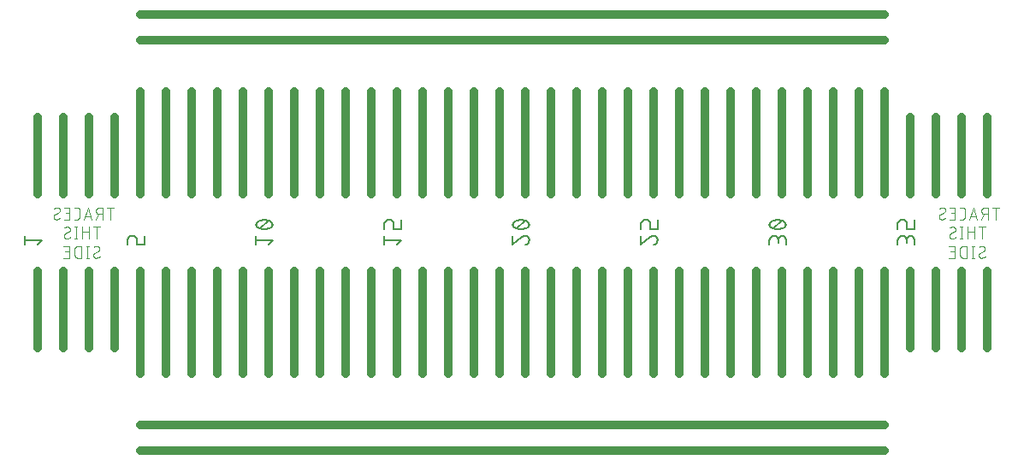
<source format=gbr>
G04 EAGLE Gerber RS-274X export*
G75*
%MOMM*%
%FSLAX34Y34*%
%LPD*%
%INSilkscreen Bottom*%
%IPPOS*%
%AMOC8*
5,1,8,0,0,1.08239X$1,22.5*%
G01*
%ADD10C,0.812800*%
%ADD11C,0.101600*%
%ADD12C,0.152400*%


D10*
X127000Y457200D02*
X863600Y457200D01*
X863600Y431800D02*
X127000Y431800D01*
X127000Y50800D02*
X863600Y50800D01*
X863600Y25400D02*
X127000Y25400D01*
X965200Y279400D02*
X965200Y355600D01*
X939800Y355600D02*
X939800Y279400D01*
X914400Y279400D02*
X914400Y355600D01*
X889000Y355600D02*
X889000Y279400D01*
X787400Y279400D02*
X787400Y381000D01*
X762000Y381000D02*
X762000Y279400D01*
X736600Y279400D02*
X736600Y381000D01*
X711200Y381000D02*
X711200Y279400D01*
X685800Y279400D02*
X685800Y381000D01*
X660400Y381000D02*
X660400Y279400D01*
X635000Y279400D02*
X635000Y381000D01*
X609600Y381000D02*
X609600Y279400D01*
X584200Y279400D02*
X584200Y381000D01*
X558800Y381000D02*
X558800Y279400D01*
X533400Y279400D02*
X533400Y381000D01*
X508000Y381000D02*
X508000Y279400D01*
X482600Y279400D02*
X482600Y381000D01*
X457200Y381000D02*
X457200Y279400D01*
X431800Y279400D02*
X431800Y381000D01*
X406400Y381000D02*
X406400Y279400D01*
X381000Y279400D02*
X381000Y381000D01*
X355600Y381000D02*
X355600Y279400D01*
X330200Y279400D02*
X330200Y381000D01*
X304800Y381000D02*
X304800Y279400D01*
X279400Y279400D02*
X279400Y381000D01*
X254000Y381000D02*
X254000Y279400D01*
X228600Y279400D02*
X228600Y381000D01*
X203200Y381000D02*
X203200Y279400D01*
X177800Y279400D02*
X177800Y381000D01*
X152400Y381000D02*
X152400Y279400D01*
X127000Y279400D02*
X127000Y381000D01*
X101600Y355600D02*
X101600Y279400D01*
X76200Y279400D02*
X76200Y355600D01*
X50800Y355600D02*
X50800Y279400D01*
X25400Y279400D02*
X25400Y355600D01*
X25400Y203200D02*
X25400Y127000D01*
X50800Y127000D02*
X50800Y203200D01*
X76200Y203200D02*
X76200Y127000D01*
X101600Y127000D02*
X101600Y203200D01*
X127000Y203200D02*
X127000Y101600D01*
X152400Y101600D02*
X152400Y203200D01*
X177800Y203200D02*
X177800Y101600D01*
X203200Y101600D02*
X203200Y203200D01*
X228600Y203200D02*
X228600Y101600D01*
X254000Y101600D02*
X254000Y203200D01*
X279400Y203200D02*
X279400Y101600D01*
X304800Y101600D02*
X304800Y203200D01*
X330200Y203200D02*
X330200Y101600D01*
X355600Y101600D02*
X355600Y203200D01*
X381000Y203200D02*
X381000Y101600D01*
X406400Y101600D02*
X406400Y203200D01*
X431800Y203200D02*
X431800Y101600D01*
X457200Y101600D02*
X457200Y203200D01*
X482600Y203200D02*
X482600Y101600D01*
X508000Y101600D02*
X508000Y203200D01*
X533400Y203200D02*
X533400Y101600D01*
X558800Y101600D02*
X558800Y203200D01*
X584200Y203200D02*
X584200Y101600D01*
X609600Y101600D02*
X609600Y203200D01*
X635000Y203200D02*
X635000Y101600D01*
X660400Y101600D02*
X660400Y203200D01*
X685800Y203200D02*
X685800Y101600D01*
X711200Y101600D02*
X711200Y203200D01*
X736600Y203200D02*
X736600Y101600D01*
X762000Y101600D02*
X762000Y203200D01*
X787400Y203200D02*
X787400Y101600D01*
X889000Y127000D02*
X889000Y203200D01*
X914400Y203200D02*
X914400Y127000D01*
X939800Y127000D02*
X939800Y203200D01*
X965200Y203200D02*
X965200Y127000D01*
D11*
X97846Y254508D02*
X97846Y266192D01*
X94601Y266192D02*
X101092Y266192D01*
X89969Y266192D02*
X89969Y254508D01*
X89969Y266192D02*
X86724Y266192D01*
X86611Y266190D01*
X86498Y266184D01*
X86385Y266174D01*
X86272Y266160D01*
X86160Y266143D01*
X86049Y266121D01*
X85939Y266096D01*
X85829Y266066D01*
X85721Y266033D01*
X85614Y265996D01*
X85508Y265956D01*
X85404Y265911D01*
X85301Y265863D01*
X85200Y265812D01*
X85101Y265757D01*
X85004Y265699D01*
X84909Y265637D01*
X84816Y265572D01*
X84726Y265504D01*
X84638Y265433D01*
X84552Y265358D01*
X84469Y265281D01*
X84389Y265201D01*
X84312Y265118D01*
X84237Y265032D01*
X84166Y264944D01*
X84098Y264854D01*
X84033Y264761D01*
X83971Y264666D01*
X83913Y264569D01*
X83858Y264470D01*
X83807Y264369D01*
X83759Y264266D01*
X83714Y264162D01*
X83674Y264056D01*
X83637Y263949D01*
X83604Y263841D01*
X83574Y263731D01*
X83549Y263621D01*
X83527Y263510D01*
X83510Y263398D01*
X83496Y263285D01*
X83486Y263172D01*
X83480Y263059D01*
X83478Y262946D01*
X83480Y262833D01*
X83486Y262720D01*
X83496Y262607D01*
X83510Y262494D01*
X83527Y262382D01*
X83549Y262271D01*
X83574Y262161D01*
X83604Y262051D01*
X83637Y261943D01*
X83674Y261836D01*
X83714Y261730D01*
X83759Y261626D01*
X83807Y261523D01*
X83858Y261422D01*
X83913Y261323D01*
X83971Y261226D01*
X84033Y261131D01*
X84098Y261038D01*
X84166Y260948D01*
X84237Y260860D01*
X84312Y260774D01*
X84389Y260691D01*
X84469Y260611D01*
X84552Y260534D01*
X84638Y260459D01*
X84726Y260388D01*
X84816Y260320D01*
X84909Y260255D01*
X85004Y260193D01*
X85101Y260135D01*
X85200Y260080D01*
X85301Y260029D01*
X85404Y259981D01*
X85508Y259936D01*
X85614Y259896D01*
X85721Y259859D01*
X85829Y259826D01*
X85939Y259796D01*
X86049Y259771D01*
X86160Y259749D01*
X86272Y259732D01*
X86385Y259718D01*
X86498Y259708D01*
X86611Y259702D01*
X86724Y259700D01*
X86724Y259701D02*
X89969Y259701D01*
X86075Y259701D02*
X83478Y254508D01*
X79262Y254508D02*
X75368Y266192D01*
X71473Y254508D01*
X72447Y257429D02*
X78289Y257429D01*
X64620Y254508D02*
X62023Y254508D01*
X64620Y254508D02*
X64719Y254510D01*
X64819Y254516D01*
X64918Y254525D01*
X65016Y254538D01*
X65114Y254555D01*
X65212Y254576D01*
X65308Y254601D01*
X65403Y254629D01*
X65497Y254661D01*
X65590Y254696D01*
X65682Y254735D01*
X65772Y254778D01*
X65860Y254823D01*
X65947Y254873D01*
X66031Y254925D01*
X66114Y254981D01*
X66194Y255039D01*
X66272Y255101D01*
X66347Y255166D01*
X66420Y255234D01*
X66490Y255304D01*
X66558Y255377D01*
X66623Y255452D01*
X66685Y255530D01*
X66743Y255610D01*
X66799Y255693D01*
X66851Y255777D01*
X66901Y255864D01*
X66946Y255952D01*
X66989Y256042D01*
X67028Y256134D01*
X67063Y256227D01*
X67095Y256321D01*
X67123Y256416D01*
X67148Y256512D01*
X67169Y256610D01*
X67186Y256708D01*
X67199Y256806D01*
X67208Y256905D01*
X67214Y257005D01*
X67216Y257104D01*
X67216Y263596D01*
X67214Y263695D01*
X67208Y263795D01*
X67199Y263894D01*
X67186Y263992D01*
X67169Y264090D01*
X67148Y264188D01*
X67123Y264284D01*
X67095Y264379D01*
X67063Y264473D01*
X67028Y264566D01*
X66989Y264658D01*
X66946Y264748D01*
X66901Y264836D01*
X66851Y264923D01*
X66799Y265007D01*
X66743Y265090D01*
X66685Y265170D01*
X66623Y265248D01*
X66558Y265323D01*
X66490Y265396D01*
X66420Y265466D01*
X66347Y265534D01*
X66272Y265599D01*
X66194Y265661D01*
X66114Y265719D01*
X66031Y265775D01*
X65947Y265827D01*
X65860Y265877D01*
X65772Y265922D01*
X65682Y265965D01*
X65590Y266004D01*
X65498Y266039D01*
X65403Y266071D01*
X65308Y266099D01*
X65212Y266124D01*
X65114Y266145D01*
X65016Y266162D01*
X64918Y266175D01*
X64819Y266184D01*
X64719Y266190D01*
X64620Y266192D01*
X62023Y266192D01*
X57254Y254508D02*
X52062Y254508D01*
X57254Y254508D02*
X57254Y266192D01*
X52062Y266192D01*
X53360Y260999D02*
X57254Y260999D01*
X44238Y254508D02*
X44139Y254510D01*
X44039Y254516D01*
X43940Y254525D01*
X43842Y254538D01*
X43744Y254555D01*
X43646Y254576D01*
X43550Y254601D01*
X43455Y254629D01*
X43361Y254661D01*
X43268Y254696D01*
X43176Y254735D01*
X43086Y254778D01*
X42998Y254823D01*
X42911Y254873D01*
X42827Y254925D01*
X42744Y254981D01*
X42664Y255039D01*
X42586Y255101D01*
X42511Y255166D01*
X42438Y255234D01*
X42368Y255304D01*
X42300Y255377D01*
X42235Y255452D01*
X42173Y255530D01*
X42115Y255610D01*
X42059Y255693D01*
X42007Y255777D01*
X41957Y255864D01*
X41912Y255952D01*
X41869Y256042D01*
X41830Y256134D01*
X41795Y256227D01*
X41763Y256321D01*
X41735Y256416D01*
X41710Y256512D01*
X41689Y256610D01*
X41672Y256708D01*
X41659Y256806D01*
X41650Y256905D01*
X41644Y257005D01*
X41642Y257104D01*
X44238Y254508D02*
X44382Y254510D01*
X44527Y254516D01*
X44671Y254525D01*
X44814Y254538D01*
X44958Y254555D01*
X45101Y254576D01*
X45243Y254601D01*
X45384Y254629D01*
X45525Y254661D01*
X45665Y254697D01*
X45804Y254736D01*
X45942Y254779D01*
X46078Y254826D01*
X46214Y254876D01*
X46348Y254930D01*
X46480Y254987D01*
X46611Y255048D01*
X46740Y255112D01*
X46868Y255180D01*
X46994Y255251D01*
X47118Y255325D01*
X47239Y255402D01*
X47359Y255483D01*
X47477Y255566D01*
X47592Y255653D01*
X47705Y255743D01*
X47816Y255836D01*
X47924Y255931D01*
X48030Y256030D01*
X48133Y256131D01*
X47808Y263596D02*
X47806Y263695D01*
X47800Y263795D01*
X47791Y263894D01*
X47778Y263992D01*
X47761Y264090D01*
X47740Y264188D01*
X47715Y264284D01*
X47687Y264379D01*
X47655Y264473D01*
X47620Y264566D01*
X47581Y264658D01*
X47538Y264748D01*
X47493Y264836D01*
X47443Y264923D01*
X47391Y265007D01*
X47335Y265090D01*
X47277Y265170D01*
X47215Y265248D01*
X47150Y265323D01*
X47082Y265396D01*
X47012Y265466D01*
X46939Y265534D01*
X46864Y265599D01*
X46786Y265661D01*
X46706Y265719D01*
X46623Y265775D01*
X46539Y265827D01*
X46452Y265877D01*
X46364Y265922D01*
X46274Y265965D01*
X46182Y266004D01*
X46089Y266039D01*
X45995Y266071D01*
X45900Y266099D01*
X45804Y266124D01*
X45706Y266145D01*
X45608Y266162D01*
X45510Y266175D01*
X45411Y266184D01*
X45311Y266190D01*
X45212Y266192D01*
X45076Y266190D01*
X44940Y266184D01*
X44804Y266175D01*
X44668Y266162D01*
X44533Y266144D01*
X44399Y266124D01*
X44265Y266099D01*
X44131Y266071D01*
X43999Y266038D01*
X43868Y266003D01*
X43737Y265963D01*
X43608Y265920D01*
X43480Y265874D01*
X43354Y265823D01*
X43228Y265770D01*
X43105Y265712D01*
X42983Y265652D01*
X42863Y265588D01*
X42744Y265520D01*
X42628Y265450D01*
X42514Y265376D01*
X42401Y265299D01*
X42291Y265218D01*
X46511Y261324D02*
X46597Y261377D01*
X46681Y261434D01*
X46763Y261493D01*
X46843Y261556D01*
X46920Y261622D01*
X46995Y261690D01*
X47067Y261762D01*
X47136Y261836D01*
X47202Y261913D01*
X47265Y261992D01*
X47325Y262074D01*
X47382Y262158D01*
X47436Y262244D01*
X47486Y262332D01*
X47533Y262422D01*
X47577Y262513D01*
X47616Y262607D01*
X47653Y262701D01*
X47685Y262797D01*
X47714Y262895D01*
X47739Y262993D01*
X47760Y263092D01*
X47778Y263192D01*
X47791Y263292D01*
X47801Y263393D01*
X47807Y263495D01*
X47809Y263596D01*
X42940Y259376D02*
X42854Y259323D01*
X42770Y259266D01*
X42688Y259207D01*
X42608Y259144D01*
X42531Y259078D01*
X42456Y259010D01*
X42384Y258938D01*
X42315Y258864D01*
X42249Y258787D01*
X42186Y258708D01*
X42126Y258626D01*
X42069Y258542D01*
X42015Y258456D01*
X41965Y258368D01*
X41918Y258278D01*
X41874Y258187D01*
X41835Y258093D01*
X41798Y257999D01*
X41766Y257903D01*
X41737Y257805D01*
X41712Y257707D01*
X41691Y257608D01*
X41673Y257508D01*
X41660Y257408D01*
X41650Y257307D01*
X41644Y257205D01*
X41642Y257104D01*
X42940Y259376D02*
X46510Y261324D01*
X84399Y247142D02*
X84399Y235458D01*
X87644Y247142D02*
X81153Y247142D01*
X76595Y247142D02*
X76595Y235458D01*
X76595Y241949D02*
X70104Y241949D01*
X70104Y247142D02*
X70104Y235458D01*
X63825Y235458D02*
X63825Y247142D01*
X65123Y235458D02*
X62526Y235458D01*
X62526Y247142D02*
X65123Y247142D01*
X54413Y235458D02*
X54314Y235460D01*
X54214Y235466D01*
X54115Y235475D01*
X54017Y235488D01*
X53919Y235505D01*
X53821Y235526D01*
X53725Y235551D01*
X53630Y235579D01*
X53536Y235611D01*
X53443Y235646D01*
X53351Y235685D01*
X53261Y235728D01*
X53173Y235773D01*
X53086Y235823D01*
X53002Y235875D01*
X52919Y235931D01*
X52839Y235989D01*
X52761Y236051D01*
X52686Y236116D01*
X52613Y236184D01*
X52543Y236254D01*
X52475Y236327D01*
X52410Y236402D01*
X52348Y236480D01*
X52290Y236560D01*
X52234Y236643D01*
X52182Y236727D01*
X52132Y236814D01*
X52087Y236902D01*
X52044Y236992D01*
X52005Y237084D01*
X51970Y237177D01*
X51938Y237271D01*
X51910Y237366D01*
X51885Y237462D01*
X51864Y237560D01*
X51847Y237658D01*
X51834Y237756D01*
X51825Y237855D01*
X51819Y237955D01*
X51817Y238054D01*
X54413Y235458D02*
X54557Y235460D01*
X54702Y235466D01*
X54846Y235475D01*
X54989Y235488D01*
X55133Y235505D01*
X55276Y235526D01*
X55418Y235551D01*
X55559Y235579D01*
X55700Y235611D01*
X55840Y235647D01*
X55979Y235686D01*
X56117Y235729D01*
X56253Y235776D01*
X56389Y235826D01*
X56523Y235880D01*
X56655Y235937D01*
X56786Y235998D01*
X56915Y236062D01*
X57043Y236130D01*
X57169Y236201D01*
X57293Y236275D01*
X57414Y236352D01*
X57534Y236433D01*
X57652Y236516D01*
X57767Y236603D01*
X57880Y236693D01*
X57991Y236786D01*
X58099Y236881D01*
X58205Y236980D01*
X58308Y237081D01*
X57982Y244546D02*
X57980Y244645D01*
X57974Y244745D01*
X57965Y244844D01*
X57952Y244942D01*
X57935Y245040D01*
X57914Y245138D01*
X57889Y245234D01*
X57861Y245329D01*
X57829Y245423D01*
X57794Y245516D01*
X57755Y245608D01*
X57712Y245698D01*
X57667Y245786D01*
X57617Y245873D01*
X57565Y245957D01*
X57509Y246040D01*
X57451Y246120D01*
X57389Y246198D01*
X57324Y246273D01*
X57256Y246346D01*
X57186Y246416D01*
X57113Y246484D01*
X57038Y246549D01*
X56960Y246611D01*
X56880Y246669D01*
X56797Y246725D01*
X56713Y246777D01*
X56626Y246827D01*
X56538Y246872D01*
X56448Y246915D01*
X56356Y246954D01*
X56263Y246989D01*
X56169Y247021D01*
X56074Y247049D01*
X55978Y247074D01*
X55880Y247095D01*
X55782Y247112D01*
X55684Y247125D01*
X55585Y247134D01*
X55485Y247140D01*
X55386Y247142D01*
X55250Y247140D01*
X55114Y247134D01*
X54978Y247125D01*
X54842Y247112D01*
X54707Y247094D01*
X54573Y247074D01*
X54439Y247049D01*
X54305Y247021D01*
X54173Y246988D01*
X54042Y246953D01*
X53911Y246913D01*
X53782Y246870D01*
X53654Y246824D01*
X53528Y246773D01*
X53402Y246720D01*
X53279Y246662D01*
X53157Y246602D01*
X53037Y246538D01*
X52918Y246470D01*
X52802Y246400D01*
X52688Y246326D01*
X52575Y246249D01*
X52465Y246168D01*
X56685Y242274D02*
X56771Y242327D01*
X56855Y242384D01*
X56937Y242443D01*
X57017Y242506D01*
X57094Y242572D01*
X57169Y242640D01*
X57241Y242712D01*
X57310Y242786D01*
X57376Y242863D01*
X57439Y242942D01*
X57499Y243024D01*
X57556Y243108D01*
X57610Y243194D01*
X57660Y243282D01*
X57707Y243372D01*
X57751Y243463D01*
X57790Y243557D01*
X57827Y243651D01*
X57859Y243747D01*
X57888Y243845D01*
X57913Y243943D01*
X57934Y244042D01*
X57952Y244142D01*
X57965Y244242D01*
X57975Y244343D01*
X57981Y244445D01*
X57983Y244546D01*
X53114Y240326D02*
X53028Y240273D01*
X52944Y240216D01*
X52862Y240157D01*
X52782Y240094D01*
X52705Y240028D01*
X52630Y239960D01*
X52558Y239888D01*
X52489Y239814D01*
X52423Y239737D01*
X52360Y239658D01*
X52300Y239576D01*
X52243Y239492D01*
X52189Y239406D01*
X52139Y239318D01*
X52092Y239228D01*
X52048Y239137D01*
X52009Y239043D01*
X51972Y238949D01*
X51940Y238853D01*
X51911Y238755D01*
X51886Y238657D01*
X51865Y238558D01*
X51847Y238458D01*
X51834Y238358D01*
X51824Y238257D01*
X51818Y238155D01*
X51816Y238054D01*
X53114Y240326D02*
X56684Y242274D01*
X80772Y219004D02*
X80774Y218905D01*
X80780Y218805D01*
X80789Y218706D01*
X80802Y218608D01*
X80819Y218510D01*
X80840Y218412D01*
X80865Y218316D01*
X80893Y218221D01*
X80925Y218127D01*
X80960Y218034D01*
X80999Y217942D01*
X81042Y217852D01*
X81087Y217764D01*
X81137Y217677D01*
X81189Y217593D01*
X81245Y217510D01*
X81303Y217430D01*
X81365Y217352D01*
X81430Y217277D01*
X81498Y217204D01*
X81568Y217134D01*
X81641Y217066D01*
X81716Y217001D01*
X81794Y216939D01*
X81874Y216881D01*
X81957Y216825D01*
X82041Y216773D01*
X82128Y216723D01*
X82216Y216678D01*
X82306Y216635D01*
X82398Y216596D01*
X82491Y216561D01*
X82585Y216529D01*
X82680Y216501D01*
X82776Y216476D01*
X82874Y216455D01*
X82972Y216438D01*
X83070Y216425D01*
X83169Y216416D01*
X83269Y216410D01*
X83368Y216408D01*
X83512Y216410D01*
X83657Y216416D01*
X83801Y216425D01*
X83944Y216438D01*
X84088Y216455D01*
X84231Y216476D01*
X84373Y216501D01*
X84514Y216529D01*
X84655Y216561D01*
X84795Y216597D01*
X84934Y216636D01*
X85072Y216679D01*
X85208Y216726D01*
X85344Y216776D01*
X85478Y216830D01*
X85610Y216887D01*
X85741Y216948D01*
X85870Y217012D01*
X85998Y217080D01*
X86124Y217151D01*
X86248Y217225D01*
X86369Y217302D01*
X86489Y217383D01*
X86607Y217466D01*
X86722Y217553D01*
X86835Y217643D01*
X86946Y217736D01*
X87054Y217831D01*
X87160Y217930D01*
X87263Y218031D01*
X86938Y225496D02*
X86936Y225595D01*
X86930Y225695D01*
X86921Y225794D01*
X86908Y225892D01*
X86891Y225990D01*
X86870Y226088D01*
X86845Y226184D01*
X86817Y226279D01*
X86785Y226373D01*
X86750Y226466D01*
X86711Y226558D01*
X86668Y226648D01*
X86623Y226736D01*
X86573Y226823D01*
X86521Y226907D01*
X86465Y226990D01*
X86407Y227070D01*
X86345Y227148D01*
X86280Y227223D01*
X86212Y227296D01*
X86142Y227366D01*
X86069Y227434D01*
X85994Y227499D01*
X85916Y227561D01*
X85836Y227619D01*
X85753Y227675D01*
X85669Y227727D01*
X85582Y227777D01*
X85494Y227822D01*
X85404Y227865D01*
X85312Y227904D01*
X85219Y227939D01*
X85125Y227971D01*
X85030Y227999D01*
X84934Y228024D01*
X84836Y228045D01*
X84738Y228062D01*
X84640Y228075D01*
X84541Y228084D01*
X84441Y228090D01*
X84342Y228092D01*
X84206Y228090D01*
X84070Y228084D01*
X83934Y228075D01*
X83798Y228062D01*
X83663Y228044D01*
X83529Y228024D01*
X83395Y227999D01*
X83261Y227971D01*
X83129Y227938D01*
X82998Y227903D01*
X82867Y227863D01*
X82738Y227820D01*
X82610Y227774D01*
X82484Y227723D01*
X82358Y227670D01*
X82235Y227612D01*
X82113Y227552D01*
X81993Y227488D01*
X81874Y227420D01*
X81758Y227350D01*
X81644Y227276D01*
X81531Y227199D01*
X81421Y227118D01*
X85641Y223224D02*
X85727Y223277D01*
X85811Y223334D01*
X85893Y223393D01*
X85973Y223456D01*
X86050Y223522D01*
X86125Y223590D01*
X86197Y223662D01*
X86266Y223736D01*
X86332Y223813D01*
X86395Y223892D01*
X86455Y223974D01*
X86512Y224058D01*
X86566Y224144D01*
X86616Y224232D01*
X86663Y224322D01*
X86707Y224413D01*
X86746Y224507D01*
X86783Y224601D01*
X86815Y224697D01*
X86844Y224795D01*
X86869Y224893D01*
X86890Y224992D01*
X86908Y225092D01*
X86921Y225192D01*
X86931Y225293D01*
X86937Y225395D01*
X86939Y225496D01*
X82070Y221276D02*
X81984Y221223D01*
X81900Y221166D01*
X81818Y221107D01*
X81738Y221044D01*
X81661Y220978D01*
X81586Y220910D01*
X81514Y220838D01*
X81445Y220764D01*
X81379Y220687D01*
X81316Y220608D01*
X81256Y220526D01*
X81199Y220442D01*
X81145Y220356D01*
X81095Y220268D01*
X81048Y220178D01*
X81004Y220087D01*
X80965Y219993D01*
X80928Y219899D01*
X80896Y219803D01*
X80867Y219705D01*
X80842Y219607D01*
X80821Y219508D01*
X80803Y219408D01*
X80790Y219308D01*
X80780Y219207D01*
X80774Y219105D01*
X80772Y219004D01*
X82070Y221276D02*
X85640Y223224D01*
X75255Y228092D02*
X75255Y216408D01*
X76553Y216408D02*
X73956Y216408D01*
X73956Y228092D02*
X76553Y228092D01*
X68975Y228092D02*
X68975Y216408D01*
X68975Y228092D02*
X65730Y228092D01*
X65617Y228090D01*
X65504Y228084D01*
X65391Y228074D01*
X65278Y228060D01*
X65166Y228043D01*
X65055Y228021D01*
X64945Y227996D01*
X64835Y227966D01*
X64727Y227933D01*
X64620Y227896D01*
X64514Y227856D01*
X64410Y227811D01*
X64307Y227763D01*
X64206Y227712D01*
X64107Y227657D01*
X64010Y227599D01*
X63915Y227537D01*
X63822Y227472D01*
X63732Y227404D01*
X63644Y227333D01*
X63558Y227258D01*
X63475Y227181D01*
X63395Y227101D01*
X63318Y227018D01*
X63243Y226932D01*
X63172Y226844D01*
X63104Y226754D01*
X63039Y226661D01*
X62977Y226566D01*
X62919Y226469D01*
X62864Y226370D01*
X62813Y226269D01*
X62765Y226166D01*
X62720Y226062D01*
X62680Y225956D01*
X62643Y225849D01*
X62610Y225741D01*
X62580Y225631D01*
X62555Y225521D01*
X62533Y225410D01*
X62516Y225298D01*
X62502Y225185D01*
X62492Y225072D01*
X62486Y224959D01*
X62484Y224846D01*
X62484Y219654D01*
X62486Y219541D01*
X62492Y219428D01*
X62502Y219315D01*
X62516Y219202D01*
X62533Y219090D01*
X62555Y218979D01*
X62580Y218869D01*
X62610Y218759D01*
X62643Y218651D01*
X62680Y218544D01*
X62720Y218438D01*
X62765Y218334D01*
X62813Y218231D01*
X62864Y218130D01*
X62919Y218031D01*
X62977Y217934D01*
X63039Y217839D01*
X63104Y217746D01*
X63172Y217656D01*
X63243Y217568D01*
X63318Y217482D01*
X63395Y217399D01*
X63475Y217319D01*
X63558Y217242D01*
X63644Y217167D01*
X63732Y217096D01*
X63822Y217028D01*
X63915Y216963D01*
X64010Y216901D01*
X64107Y216843D01*
X64206Y216788D01*
X64307Y216737D01*
X64410Y216689D01*
X64514Y216644D01*
X64620Y216604D01*
X64727Y216567D01*
X64835Y216534D01*
X64945Y216504D01*
X65055Y216479D01*
X65166Y216457D01*
X65278Y216440D01*
X65391Y216426D01*
X65504Y216416D01*
X65617Y216410D01*
X65730Y216408D01*
X68975Y216408D01*
X56761Y216408D02*
X51568Y216408D01*
X56761Y216408D02*
X56761Y228092D01*
X51568Y228092D01*
X52866Y222899D02*
X56761Y222899D01*
X974146Y254508D02*
X974146Y266192D01*
X970901Y266192D02*
X977392Y266192D01*
X966269Y266192D02*
X966269Y254508D01*
X966269Y266192D02*
X963024Y266192D01*
X962911Y266190D01*
X962798Y266184D01*
X962685Y266174D01*
X962572Y266160D01*
X962460Y266143D01*
X962349Y266121D01*
X962239Y266096D01*
X962129Y266066D01*
X962021Y266033D01*
X961914Y265996D01*
X961808Y265956D01*
X961704Y265911D01*
X961601Y265863D01*
X961500Y265812D01*
X961401Y265757D01*
X961304Y265699D01*
X961209Y265637D01*
X961116Y265572D01*
X961026Y265504D01*
X960938Y265433D01*
X960852Y265358D01*
X960769Y265281D01*
X960689Y265201D01*
X960612Y265118D01*
X960537Y265032D01*
X960466Y264944D01*
X960398Y264854D01*
X960333Y264761D01*
X960271Y264666D01*
X960213Y264569D01*
X960158Y264470D01*
X960107Y264369D01*
X960059Y264266D01*
X960014Y264162D01*
X959974Y264056D01*
X959937Y263949D01*
X959904Y263841D01*
X959874Y263731D01*
X959849Y263621D01*
X959827Y263510D01*
X959810Y263398D01*
X959796Y263285D01*
X959786Y263172D01*
X959780Y263059D01*
X959778Y262946D01*
X959780Y262833D01*
X959786Y262720D01*
X959796Y262607D01*
X959810Y262494D01*
X959827Y262382D01*
X959849Y262271D01*
X959874Y262161D01*
X959904Y262051D01*
X959937Y261943D01*
X959974Y261836D01*
X960014Y261730D01*
X960059Y261626D01*
X960107Y261523D01*
X960158Y261422D01*
X960213Y261323D01*
X960271Y261226D01*
X960333Y261131D01*
X960398Y261038D01*
X960466Y260948D01*
X960537Y260860D01*
X960612Y260774D01*
X960689Y260691D01*
X960769Y260611D01*
X960852Y260534D01*
X960938Y260459D01*
X961026Y260388D01*
X961116Y260320D01*
X961209Y260255D01*
X961304Y260193D01*
X961401Y260135D01*
X961500Y260080D01*
X961601Y260029D01*
X961704Y259981D01*
X961808Y259936D01*
X961914Y259896D01*
X962021Y259859D01*
X962129Y259826D01*
X962239Y259796D01*
X962349Y259771D01*
X962460Y259749D01*
X962572Y259732D01*
X962685Y259718D01*
X962798Y259708D01*
X962911Y259702D01*
X963024Y259700D01*
X963024Y259701D02*
X966269Y259701D01*
X962375Y259701D02*
X959778Y254508D01*
X955562Y254508D02*
X951668Y266192D01*
X947773Y254508D01*
X948747Y257429D02*
X954589Y257429D01*
X940920Y254508D02*
X938323Y254508D01*
X940920Y254508D02*
X941019Y254510D01*
X941119Y254516D01*
X941218Y254525D01*
X941316Y254538D01*
X941414Y254555D01*
X941512Y254576D01*
X941608Y254601D01*
X941703Y254629D01*
X941797Y254661D01*
X941890Y254696D01*
X941982Y254735D01*
X942072Y254778D01*
X942160Y254823D01*
X942247Y254873D01*
X942331Y254925D01*
X942414Y254981D01*
X942494Y255039D01*
X942572Y255101D01*
X942647Y255166D01*
X942720Y255234D01*
X942790Y255304D01*
X942858Y255377D01*
X942923Y255452D01*
X942985Y255530D01*
X943043Y255610D01*
X943099Y255693D01*
X943151Y255777D01*
X943201Y255864D01*
X943246Y255952D01*
X943289Y256042D01*
X943328Y256134D01*
X943363Y256227D01*
X943395Y256321D01*
X943423Y256416D01*
X943448Y256512D01*
X943469Y256610D01*
X943486Y256708D01*
X943499Y256806D01*
X943508Y256905D01*
X943514Y257005D01*
X943516Y257104D01*
X943516Y263596D01*
X943514Y263695D01*
X943508Y263795D01*
X943499Y263894D01*
X943486Y263992D01*
X943469Y264090D01*
X943448Y264188D01*
X943423Y264284D01*
X943395Y264379D01*
X943363Y264473D01*
X943328Y264566D01*
X943289Y264658D01*
X943246Y264748D01*
X943201Y264836D01*
X943151Y264923D01*
X943099Y265007D01*
X943043Y265090D01*
X942985Y265170D01*
X942923Y265248D01*
X942858Y265323D01*
X942790Y265396D01*
X942720Y265466D01*
X942647Y265534D01*
X942572Y265599D01*
X942494Y265661D01*
X942414Y265719D01*
X942331Y265775D01*
X942247Y265827D01*
X942160Y265877D01*
X942072Y265922D01*
X941982Y265965D01*
X941890Y266004D01*
X941797Y266039D01*
X941703Y266071D01*
X941608Y266099D01*
X941512Y266124D01*
X941414Y266145D01*
X941316Y266162D01*
X941218Y266175D01*
X941119Y266184D01*
X941019Y266190D01*
X940920Y266192D01*
X938323Y266192D01*
X933554Y254508D02*
X928362Y254508D01*
X933554Y254508D02*
X933554Y266192D01*
X928362Y266192D01*
X929660Y260999D02*
X933554Y260999D01*
X920538Y254508D02*
X920439Y254510D01*
X920339Y254516D01*
X920240Y254525D01*
X920142Y254538D01*
X920044Y254555D01*
X919946Y254576D01*
X919850Y254601D01*
X919755Y254629D01*
X919661Y254661D01*
X919568Y254696D01*
X919476Y254735D01*
X919386Y254778D01*
X919298Y254823D01*
X919211Y254873D01*
X919127Y254925D01*
X919044Y254981D01*
X918964Y255039D01*
X918886Y255101D01*
X918811Y255166D01*
X918738Y255234D01*
X918668Y255304D01*
X918600Y255377D01*
X918535Y255452D01*
X918473Y255530D01*
X918415Y255610D01*
X918359Y255693D01*
X918307Y255777D01*
X918257Y255864D01*
X918212Y255952D01*
X918169Y256042D01*
X918130Y256134D01*
X918095Y256227D01*
X918063Y256321D01*
X918035Y256416D01*
X918010Y256512D01*
X917989Y256610D01*
X917972Y256708D01*
X917959Y256806D01*
X917950Y256905D01*
X917944Y257005D01*
X917942Y257104D01*
X920538Y254508D02*
X920682Y254510D01*
X920827Y254516D01*
X920971Y254525D01*
X921114Y254538D01*
X921258Y254555D01*
X921401Y254576D01*
X921543Y254601D01*
X921684Y254629D01*
X921825Y254661D01*
X921965Y254697D01*
X922104Y254736D01*
X922242Y254779D01*
X922378Y254826D01*
X922514Y254876D01*
X922648Y254930D01*
X922780Y254987D01*
X922911Y255048D01*
X923040Y255112D01*
X923168Y255180D01*
X923294Y255251D01*
X923418Y255325D01*
X923539Y255402D01*
X923659Y255483D01*
X923777Y255566D01*
X923892Y255653D01*
X924005Y255743D01*
X924116Y255836D01*
X924224Y255931D01*
X924330Y256030D01*
X924433Y256131D01*
X924108Y263596D02*
X924106Y263695D01*
X924100Y263795D01*
X924091Y263894D01*
X924078Y263992D01*
X924061Y264090D01*
X924040Y264188D01*
X924015Y264284D01*
X923987Y264379D01*
X923955Y264473D01*
X923920Y264566D01*
X923881Y264658D01*
X923838Y264748D01*
X923793Y264836D01*
X923743Y264923D01*
X923691Y265007D01*
X923635Y265090D01*
X923577Y265170D01*
X923515Y265248D01*
X923450Y265323D01*
X923382Y265396D01*
X923312Y265466D01*
X923239Y265534D01*
X923164Y265599D01*
X923086Y265661D01*
X923006Y265719D01*
X922923Y265775D01*
X922839Y265827D01*
X922752Y265877D01*
X922664Y265922D01*
X922574Y265965D01*
X922482Y266004D01*
X922389Y266039D01*
X922295Y266071D01*
X922200Y266099D01*
X922104Y266124D01*
X922006Y266145D01*
X921908Y266162D01*
X921810Y266175D01*
X921711Y266184D01*
X921611Y266190D01*
X921512Y266192D01*
X921376Y266190D01*
X921240Y266184D01*
X921104Y266175D01*
X920968Y266162D01*
X920833Y266144D01*
X920699Y266124D01*
X920565Y266099D01*
X920431Y266071D01*
X920299Y266038D01*
X920168Y266003D01*
X920037Y265963D01*
X919908Y265920D01*
X919780Y265874D01*
X919654Y265823D01*
X919528Y265770D01*
X919405Y265712D01*
X919283Y265652D01*
X919163Y265588D01*
X919044Y265520D01*
X918928Y265450D01*
X918814Y265376D01*
X918701Y265299D01*
X918591Y265218D01*
X922811Y261324D02*
X922897Y261377D01*
X922981Y261434D01*
X923063Y261493D01*
X923143Y261556D01*
X923220Y261622D01*
X923295Y261690D01*
X923367Y261762D01*
X923436Y261836D01*
X923502Y261913D01*
X923565Y261992D01*
X923625Y262074D01*
X923682Y262158D01*
X923736Y262244D01*
X923786Y262332D01*
X923833Y262422D01*
X923877Y262513D01*
X923916Y262607D01*
X923953Y262701D01*
X923985Y262797D01*
X924014Y262895D01*
X924039Y262993D01*
X924060Y263092D01*
X924078Y263192D01*
X924091Y263292D01*
X924101Y263393D01*
X924107Y263495D01*
X924109Y263596D01*
X919240Y259376D02*
X919154Y259323D01*
X919070Y259266D01*
X918988Y259207D01*
X918908Y259144D01*
X918831Y259078D01*
X918756Y259010D01*
X918684Y258938D01*
X918615Y258864D01*
X918549Y258787D01*
X918486Y258708D01*
X918426Y258626D01*
X918369Y258542D01*
X918315Y258456D01*
X918265Y258368D01*
X918218Y258278D01*
X918174Y258187D01*
X918135Y258093D01*
X918098Y257999D01*
X918066Y257903D01*
X918037Y257805D01*
X918012Y257707D01*
X917991Y257608D01*
X917973Y257508D01*
X917960Y257408D01*
X917950Y257307D01*
X917944Y257205D01*
X917942Y257104D01*
X919240Y259376D02*
X922810Y261324D01*
X960699Y247142D02*
X960699Y235458D01*
X963944Y247142D02*
X957453Y247142D01*
X952895Y247142D02*
X952895Y235458D01*
X952895Y241949D02*
X946404Y241949D01*
X946404Y247142D02*
X946404Y235458D01*
X940125Y235458D02*
X940125Y247142D01*
X941423Y235458D02*
X938826Y235458D01*
X938826Y247142D02*
X941423Y247142D01*
X930713Y235458D02*
X930614Y235460D01*
X930514Y235466D01*
X930415Y235475D01*
X930317Y235488D01*
X930219Y235505D01*
X930121Y235526D01*
X930025Y235551D01*
X929930Y235579D01*
X929836Y235611D01*
X929743Y235646D01*
X929651Y235685D01*
X929561Y235728D01*
X929473Y235773D01*
X929386Y235823D01*
X929302Y235875D01*
X929219Y235931D01*
X929139Y235989D01*
X929061Y236051D01*
X928986Y236116D01*
X928913Y236184D01*
X928843Y236254D01*
X928775Y236327D01*
X928710Y236402D01*
X928648Y236480D01*
X928590Y236560D01*
X928534Y236643D01*
X928482Y236727D01*
X928432Y236814D01*
X928387Y236902D01*
X928344Y236992D01*
X928305Y237084D01*
X928270Y237177D01*
X928238Y237271D01*
X928210Y237366D01*
X928185Y237462D01*
X928164Y237560D01*
X928147Y237658D01*
X928134Y237756D01*
X928125Y237855D01*
X928119Y237955D01*
X928117Y238054D01*
X930713Y235458D02*
X930857Y235460D01*
X931002Y235466D01*
X931146Y235475D01*
X931289Y235488D01*
X931433Y235505D01*
X931576Y235526D01*
X931718Y235551D01*
X931859Y235579D01*
X932000Y235611D01*
X932140Y235647D01*
X932279Y235686D01*
X932417Y235729D01*
X932553Y235776D01*
X932689Y235826D01*
X932823Y235880D01*
X932955Y235937D01*
X933086Y235998D01*
X933215Y236062D01*
X933343Y236130D01*
X933469Y236201D01*
X933593Y236275D01*
X933714Y236352D01*
X933834Y236433D01*
X933952Y236516D01*
X934067Y236603D01*
X934180Y236693D01*
X934291Y236786D01*
X934399Y236881D01*
X934505Y236980D01*
X934608Y237081D01*
X934282Y244546D02*
X934280Y244645D01*
X934274Y244745D01*
X934265Y244844D01*
X934252Y244942D01*
X934235Y245040D01*
X934214Y245138D01*
X934189Y245234D01*
X934161Y245329D01*
X934129Y245423D01*
X934094Y245516D01*
X934055Y245608D01*
X934012Y245698D01*
X933967Y245786D01*
X933917Y245873D01*
X933865Y245957D01*
X933809Y246040D01*
X933751Y246120D01*
X933689Y246198D01*
X933624Y246273D01*
X933556Y246346D01*
X933486Y246416D01*
X933413Y246484D01*
X933338Y246549D01*
X933260Y246611D01*
X933180Y246669D01*
X933097Y246725D01*
X933013Y246777D01*
X932926Y246827D01*
X932838Y246872D01*
X932748Y246915D01*
X932656Y246954D01*
X932563Y246989D01*
X932469Y247021D01*
X932374Y247049D01*
X932278Y247074D01*
X932180Y247095D01*
X932082Y247112D01*
X931984Y247125D01*
X931885Y247134D01*
X931785Y247140D01*
X931686Y247142D01*
X931550Y247140D01*
X931414Y247134D01*
X931278Y247125D01*
X931142Y247112D01*
X931007Y247094D01*
X930873Y247074D01*
X930739Y247049D01*
X930605Y247021D01*
X930473Y246988D01*
X930342Y246953D01*
X930211Y246913D01*
X930082Y246870D01*
X929954Y246824D01*
X929828Y246773D01*
X929702Y246720D01*
X929579Y246662D01*
X929457Y246602D01*
X929337Y246538D01*
X929218Y246470D01*
X929102Y246400D01*
X928988Y246326D01*
X928875Y246249D01*
X928765Y246168D01*
X932985Y242274D02*
X933071Y242327D01*
X933155Y242384D01*
X933237Y242443D01*
X933317Y242506D01*
X933394Y242572D01*
X933469Y242640D01*
X933541Y242712D01*
X933610Y242786D01*
X933676Y242863D01*
X933739Y242942D01*
X933799Y243024D01*
X933856Y243108D01*
X933910Y243194D01*
X933960Y243282D01*
X934007Y243372D01*
X934051Y243463D01*
X934090Y243557D01*
X934127Y243651D01*
X934159Y243747D01*
X934188Y243845D01*
X934213Y243943D01*
X934234Y244042D01*
X934252Y244142D01*
X934265Y244242D01*
X934275Y244343D01*
X934281Y244445D01*
X934283Y244546D01*
X929414Y240326D02*
X929328Y240273D01*
X929244Y240216D01*
X929162Y240157D01*
X929082Y240094D01*
X929005Y240028D01*
X928930Y239960D01*
X928858Y239888D01*
X928789Y239814D01*
X928723Y239737D01*
X928660Y239658D01*
X928600Y239576D01*
X928543Y239492D01*
X928489Y239406D01*
X928439Y239318D01*
X928392Y239228D01*
X928348Y239137D01*
X928309Y239043D01*
X928272Y238949D01*
X928240Y238853D01*
X928211Y238755D01*
X928186Y238657D01*
X928165Y238558D01*
X928147Y238458D01*
X928134Y238358D01*
X928124Y238257D01*
X928118Y238155D01*
X928116Y238054D01*
X929414Y240326D02*
X932984Y242274D01*
X957072Y219004D02*
X957074Y218905D01*
X957080Y218805D01*
X957089Y218706D01*
X957102Y218608D01*
X957119Y218510D01*
X957140Y218412D01*
X957165Y218316D01*
X957193Y218221D01*
X957225Y218127D01*
X957260Y218034D01*
X957299Y217942D01*
X957342Y217852D01*
X957387Y217764D01*
X957437Y217677D01*
X957489Y217593D01*
X957545Y217510D01*
X957603Y217430D01*
X957665Y217352D01*
X957730Y217277D01*
X957798Y217204D01*
X957868Y217134D01*
X957941Y217066D01*
X958016Y217001D01*
X958094Y216939D01*
X958174Y216881D01*
X958257Y216825D01*
X958341Y216773D01*
X958428Y216723D01*
X958516Y216678D01*
X958606Y216635D01*
X958698Y216596D01*
X958791Y216561D01*
X958885Y216529D01*
X958980Y216501D01*
X959076Y216476D01*
X959174Y216455D01*
X959272Y216438D01*
X959370Y216425D01*
X959469Y216416D01*
X959569Y216410D01*
X959668Y216408D01*
X959812Y216410D01*
X959957Y216416D01*
X960101Y216425D01*
X960244Y216438D01*
X960388Y216455D01*
X960531Y216476D01*
X960673Y216501D01*
X960814Y216529D01*
X960955Y216561D01*
X961095Y216597D01*
X961234Y216636D01*
X961372Y216679D01*
X961508Y216726D01*
X961644Y216776D01*
X961778Y216830D01*
X961910Y216887D01*
X962041Y216948D01*
X962170Y217012D01*
X962298Y217080D01*
X962424Y217151D01*
X962548Y217225D01*
X962669Y217302D01*
X962789Y217383D01*
X962907Y217466D01*
X963022Y217553D01*
X963135Y217643D01*
X963246Y217736D01*
X963354Y217831D01*
X963460Y217930D01*
X963563Y218031D01*
X963238Y225496D02*
X963236Y225595D01*
X963230Y225695D01*
X963221Y225794D01*
X963208Y225892D01*
X963191Y225990D01*
X963170Y226088D01*
X963145Y226184D01*
X963117Y226279D01*
X963085Y226373D01*
X963050Y226466D01*
X963011Y226558D01*
X962968Y226648D01*
X962923Y226736D01*
X962873Y226823D01*
X962821Y226907D01*
X962765Y226990D01*
X962707Y227070D01*
X962645Y227148D01*
X962580Y227223D01*
X962512Y227296D01*
X962442Y227366D01*
X962369Y227434D01*
X962294Y227499D01*
X962216Y227561D01*
X962136Y227619D01*
X962053Y227675D01*
X961969Y227727D01*
X961882Y227777D01*
X961794Y227822D01*
X961704Y227865D01*
X961612Y227904D01*
X961519Y227939D01*
X961425Y227971D01*
X961330Y227999D01*
X961234Y228024D01*
X961136Y228045D01*
X961038Y228062D01*
X960940Y228075D01*
X960841Y228084D01*
X960741Y228090D01*
X960642Y228092D01*
X960506Y228090D01*
X960370Y228084D01*
X960234Y228075D01*
X960098Y228062D01*
X959963Y228044D01*
X959829Y228024D01*
X959695Y227999D01*
X959561Y227971D01*
X959429Y227938D01*
X959298Y227903D01*
X959167Y227863D01*
X959038Y227820D01*
X958910Y227774D01*
X958784Y227723D01*
X958658Y227670D01*
X958535Y227612D01*
X958413Y227552D01*
X958293Y227488D01*
X958174Y227420D01*
X958058Y227350D01*
X957944Y227276D01*
X957831Y227199D01*
X957721Y227118D01*
X961941Y223224D02*
X962027Y223277D01*
X962111Y223334D01*
X962193Y223393D01*
X962273Y223456D01*
X962350Y223522D01*
X962425Y223590D01*
X962497Y223662D01*
X962566Y223736D01*
X962632Y223813D01*
X962695Y223892D01*
X962755Y223974D01*
X962812Y224058D01*
X962866Y224144D01*
X962916Y224232D01*
X962963Y224322D01*
X963007Y224413D01*
X963046Y224507D01*
X963083Y224601D01*
X963115Y224697D01*
X963144Y224795D01*
X963169Y224893D01*
X963190Y224992D01*
X963208Y225092D01*
X963221Y225192D01*
X963231Y225293D01*
X963237Y225395D01*
X963239Y225496D01*
X958370Y221276D02*
X958284Y221223D01*
X958200Y221166D01*
X958118Y221107D01*
X958038Y221044D01*
X957961Y220978D01*
X957886Y220910D01*
X957814Y220838D01*
X957745Y220764D01*
X957679Y220687D01*
X957616Y220608D01*
X957556Y220526D01*
X957499Y220442D01*
X957445Y220356D01*
X957395Y220268D01*
X957348Y220178D01*
X957304Y220087D01*
X957265Y219993D01*
X957228Y219899D01*
X957196Y219803D01*
X957167Y219705D01*
X957142Y219607D01*
X957121Y219508D01*
X957103Y219408D01*
X957090Y219308D01*
X957080Y219207D01*
X957074Y219105D01*
X957072Y219004D01*
X958370Y221276D02*
X961940Y223224D01*
X951555Y228092D02*
X951555Y216408D01*
X952853Y216408D02*
X950256Y216408D01*
X950256Y228092D02*
X952853Y228092D01*
X945275Y228092D02*
X945275Y216408D01*
X945275Y228092D02*
X942030Y228092D01*
X941917Y228090D01*
X941804Y228084D01*
X941691Y228074D01*
X941578Y228060D01*
X941466Y228043D01*
X941355Y228021D01*
X941245Y227996D01*
X941135Y227966D01*
X941027Y227933D01*
X940920Y227896D01*
X940814Y227856D01*
X940710Y227811D01*
X940607Y227763D01*
X940506Y227712D01*
X940407Y227657D01*
X940310Y227599D01*
X940215Y227537D01*
X940122Y227472D01*
X940032Y227404D01*
X939944Y227333D01*
X939858Y227258D01*
X939775Y227181D01*
X939695Y227101D01*
X939618Y227018D01*
X939543Y226932D01*
X939472Y226844D01*
X939404Y226754D01*
X939339Y226661D01*
X939277Y226566D01*
X939219Y226469D01*
X939164Y226370D01*
X939113Y226269D01*
X939065Y226166D01*
X939020Y226062D01*
X938980Y225956D01*
X938943Y225849D01*
X938910Y225741D01*
X938880Y225631D01*
X938855Y225521D01*
X938833Y225410D01*
X938816Y225298D01*
X938802Y225185D01*
X938792Y225072D01*
X938786Y224959D01*
X938784Y224846D01*
X938784Y219654D01*
X938786Y219541D01*
X938792Y219428D01*
X938802Y219315D01*
X938816Y219202D01*
X938833Y219090D01*
X938855Y218979D01*
X938880Y218869D01*
X938910Y218759D01*
X938943Y218651D01*
X938980Y218544D01*
X939020Y218438D01*
X939065Y218334D01*
X939113Y218231D01*
X939164Y218130D01*
X939219Y218031D01*
X939277Y217934D01*
X939339Y217839D01*
X939404Y217746D01*
X939472Y217656D01*
X939543Y217568D01*
X939618Y217482D01*
X939695Y217399D01*
X939775Y217319D01*
X939858Y217242D01*
X939944Y217167D01*
X940032Y217096D01*
X940122Y217028D01*
X940215Y216963D01*
X940310Y216901D01*
X940407Y216843D01*
X940506Y216788D01*
X940607Y216737D01*
X940710Y216689D01*
X940814Y216644D01*
X940920Y216604D01*
X941027Y216567D01*
X941135Y216534D01*
X941245Y216504D01*
X941355Y216479D01*
X941466Y216457D01*
X941578Y216440D01*
X941691Y216426D01*
X941804Y216416D01*
X941917Y216410D01*
X942030Y216408D01*
X945275Y216408D01*
X933061Y216408D02*
X927868Y216408D01*
X933061Y216408D02*
X933061Y228092D01*
X927868Y228092D01*
X929166Y222899D02*
X933061Y222899D01*
D12*
X29718Y233878D02*
X26106Y229362D01*
X29718Y233878D02*
X13462Y233878D01*
X13462Y238393D02*
X13462Y229362D01*
X115062Y229362D02*
X115062Y234781D01*
X115064Y234899D01*
X115070Y235017D01*
X115079Y235135D01*
X115093Y235252D01*
X115110Y235369D01*
X115131Y235486D01*
X115156Y235601D01*
X115185Y235716D01*
X115218Y235830D01*
X115254Y235942D01*
X115294Y236053D01*
X115337Y236163D01*
X115384Y236272D01*
X115434Y236379D01*
X115489Y236484D01*
X115546Y236587D01*
X115607Y236688D01*
X115671Y236788D01*
X115738Y236885D01*
X115808Y236980D01*
X115882Y237072D01*
X115958Y237163D01*
X116038Y237250D01*
X116120Y237335D01*
X116205Y237417D01*
X116292Y237497D01*
X116383Y237573D01*
X116475Y237647D01*
X116570Y237717D01*
X116667Y237784D01*
X116767Y237848D01*
X116868Y237909D01*
X116971Y237966D01*
X117076Y238021D01*
X117183Y238071D01*
X117292Y238118D01*
X117402Y238161D01*
X117513Y238201D01*
X117625Y238237D01*
X117739Y238270D01*
X117854Y238299D01*
X117969Y238324D01*
X118086Y238345D01*
X118203Y238362D01*
X118320Y238376D01*
X118438Y238385D01*
X118556Y238391D01*
X118674Y238393D01*
X120481Y238393D01*
X120599Y238391D01*
X120717Y238385D01*
X120835Y238376D01*
X120952Y238362D01*
X121069Y238345D01*
X121186Y238324D01*
X121301Y238299D01*
X121416Y238270D01*
X121530Y238237D01*
X121642Y238201D01*
X121753Y238161D01*
X121863Y238118D01*
X121972Y238071D01*
X122079Y238021D01*
X122184Y237966D01*
X122287Y237909D01*
X122388Y237848D01*
X122488Y237784D01*
X122585Y237717D01*
X122680Y237647D01*
X122772Y237573D01*
X122863Y237497D01*
X122950Y237417D01*
X123035Y237335D01*
X123117Y237250D01*
X123197Y237163D01*
X123273Y237072D01*
X123347Y236980D01*
X123417Y236885D01*
X123484Y236788D01*
X123548Y236688D01*
X123609Y236587D01*
X123666Y236484D01*
X123721Y236379D01*
X123771Y236272D01*
X123818Y236163D01*
X123861Y236053D01*
X123901Y235942D01*
X123937Y235830D01*
X123970Y235716D01*
X123999Y235601D01*
X124024Y235486D01*
X124045Y235369D01*
X124062Y235252D01*
X124076Y235135D01*
X124085Y235017D01*
X124091Y234899D01*
X124093Y234781D01*
X124093Y229362D01*
X131318Y229362D01*
X131318Y238393D01*
X254706Y229362D02*
X258318Y233878D01*
X242062Y233878D01*
X242062Y238393D02*
X242062Y229362D01*
X250190Y244993D02*
X250510Y244997D01*
X250829Y245008D01*
X251149Y245027D01*
X251467Y245054D01*
X251785Y245088D01*
X252102Y245130D01*
X252418Y245180D01*
X252733Y245237D01*
X253046Y245301D01*
X253358Y245373D01*
X253668Y245452D01*
X253975Y245539D01*
X254281Y245633D01*
X254584Y245734D01*
X254885Y245843D01*
X255183Y245958D01*
X255479Y246081D01*
X255771Y246211D01*
X256060Y246348D01*
X256061Y246348D02*
X256169Y246387D01*
X256276Y246430D01*
X256381Y246476D01*
X256485Y246527D01*
X256587Y246580D01*
X256687Y246637D01*
X256785Y246698D01*
X256880Y246762D01*
X256974Y246829D01*
X257065Y246900D01*
X257154Y246973D01*
X257240Y247050D01*
X257323Y247129D01*
X257404Y247211D01*
X257482Y247296D01*
X257556Y247384D01*
X257628Y247474D01*
X257696Y247566D01*
X257762Y247661D01*
X257824Y247758D01*
X257882Y247857D01*
X257938Y247959D01*
X257989Y248061D01*
X258037Y248166D01*
X258082Y248272D01*
X258123Y248380D01*
X258160Y248489D01*
X258193Y248599D01*
X258222Y248711D01*
X258248Y248823D01*
X258270Y248936D01*
X258287Y249050D01*
X258301Y249164D01*
X258311Y249279D01*
X258317Y249394D01*
X258319Y249509D01*
X258318Y249509D02*
X258316Y249624D01*
X258310Y249739D01*
X258300Y249854D01*
X258286Y249968D01*
X258269Y250082D01*
X258247Y250195D01*
X258221Y250307D01*
X258192Y250419D01*
X258159Y250529D01*
X258122Y250638D01*
X258081Y250746D01*
X258036Y250852D01*
X257988Y250957D01*
X257937Y251059D01*
X257881Y251160D01*
X257823Y251260D01*
X257761Y251357D01*
X257696Y251451D01*
X257627Y251544D01*
X257555Y251634D01*
X257481Y251722D01*
X257403Y251807D01*
X257322Y251889D01*
X257239Y251968D01*
X257153Y252045D01*
X257064Y252118D01*
X256973Y252189D01*
X256879Y252256D01*
X256784Y252320D01*
X256686Y252381D01*
X256586Y252438D01*
X256484Y252491D01*
X256380Y252542D01*
X256275Y252588D01*
X256168Y252631D01*
X256060Y252670D01*
X256060Y252669D02*
X255771Y252806D01*
X255479Y252936D01*
X255183Y253059D01*
X254885Y253174D01*
X254584Y253283D01*
X254281Y253384D01*
X253975Y253478D01*
X253668Y253565D01*
X253358Y253644D01*
X253046Y253716D01*
X252733Y253780D01*
X252418Y253837D01*
X252102Y253887D01*
X251785Y253929D01*
X251467Y253963D01*
X251149Y253990D01*
X250829Y254009D01*
X250510Y254020D01*
X250190Y254024D01*
X250190Y244994D02*
X249870Y244998D01*
X249551Y245009D01*
X249231Y245028D01*
X248913Y245055D01*
X248595Y245089D01*
X248278Y245131D01*
X247962Y245181D01*
X247647Y245238D01*
X247334Y245302D01*
X247022Y245374D01*
X246712Y245453D01*
X246405Y245540D01*
X246099Y245634D01*
X245796Y245735D01*
X245495Y245844D01*
X245197Y245959D01*
X244901Y246082D01*
X244609Y246212D01*
X244320Y246349D01*
X244320Y246348D02*
X244212Y246387D01*
X244105Y246430D01*
X244000Y246476D01*
X243896Y246527D01*
X243794Y246580D01*
X243694Y246637D01*
X243596Y246698D01*
X243501Y246762D01*
X243407Y246829D01*
X243316Y246900D01*
X243227Y246973D01*
X243141Y247050D01*
X243058Y247129D01*
X242977Y247211D01*
X242899Y247296D01*
X242825Y247384D01*
X242753Y247474D01*
X242684Y247567D01*
X242619Y247661D01*
X242557Y247758D01*
X242499Y247858D01*
X242443Y247959D01*
X242392Y248061D01*
X242344Y248166D01*
X242299Y248272D01*
X242258Y248380D01*
X242221Y248489D01*
X242188Y248599D01*
X242159Y248711D01*
X242133Y248823D01*
X242111Y248936D01*
X242094Y249050D01*
X242080Y249164D01*
X242070Y249279D01*
X242064Y249394D01*
X242062Y249509D01*
X244320Y252669D02*
X244609Y252806D01*
X244901Y252936D01*
X245197Y253059D01*
X245495Y253174D01*
X245796Y253283D01*
X246099Y253384D01*
X246405Y253478D01*
X246712Y253565D01*
X247022Y253644D01*
X247334Y253716D01*
X247647Y253780D01*
X247962Y253837D01*
X248278Y253887D01*
X248595Y253929D01*
X248913Y253963D01*
X249231Y253990D01*
X249551Y254009D01*
X249870Y254020D01*
X250190Y254024D01*
X244320Y252670D02*
X244212Y252631D01*
X244105Y252588D01*
X244000Y252542D01*
X243896Y252491D01*
X243794Y252438D01*
X243694Y252381D01*
X243596Y252320D01*
X243501Y252256D01*
X243407Y252189D01*
X243316Y252118D01*
X243227Y252045D01*
X243141Y251968D01*
X243058Y251889D01*
X242977Y251807D01*
X242899Y251722D01*
X242825Y251634D01*
X242753Y251544D01*
X242684Y251451D01*
X242619Y251357D01*
X242557Y251260D01*
X242499Y251160D01*
X242443Y251059D01*
X242392Y250956D01*
X242344Y250852D01*
X242299Y250746D01*
X242258Y250638D01*
X242221Y250529D01*
X242188Y250419D01*
X242159Y250307D01*
X242133Y250195D01*
X242111Y250082D01*
X242094Y249968D01*
X242080Y249854D01*
X242070Y249739D01*
X242064Y249624D01*
X242062Y249509D01*
X245674Y245896D02*
X254706Y253121D01*
X381706Y229362D02*
X385318Y233878D01*
X369062Y233878D01*
X369062Y238393D02*
X369062Y229362D01*
X369062Y244993D02*
X369062Y250412D01*
X369064Y250530D01*
X369070Y250648D01*
X369079Y250766D01*
X369093Y250883D01*
X369110Y251000D01*
X369131Y251117D01*
X369156Y251232D01*
X369185Y251347D01*
X369218Y251461D01*
X369254Y251573D01*
X369294Y251684D01*
X369337Y251794D01*
X369384Y251903D01*
X369434Y252010D01*
X369489Y252115D01*
X369546Y252218D01*
X369607Y252319D01*
X369671Y252419D01*
X369738Y252516D01*
X369808Y252611D01*
X369882Y252703D01*
X369958Y252794D01*
X370038Y252881D01*
X370120Y252966D01*
X370205Y253048D01*
X370292Y253128D01*
X370383Y253204D01*
X370475Y253278D01*
X370570Y253348D01*
X370667Y253415D01*
X370767Y253479D01*
X370868Y253540D01*
X370971Y253597D01*
X371076Y253652D01*
X371183Y253702D01*
X371292Y253749D01*
X371402Y253792D01*
X371513Y253832D01*
X371625Y253868D01*
X371739Y253901D01*
X371854Y253930D01*
X371969Y253955D01*
X372086Y253976D01*
X372203Y253993D01*
X372320Y254007D01*
X372438Y254016D01*
X372556Y254022D01*
X372674Y254024D01*
X374481Y254024D01*
X374599Y254022D01*
X374717Y254016D01*
X374835Y254007D01*
X374952Y253993D01*
X375069Y253976D01*
X375186Y253955D01*
X375301Y253930D01*
X375416Y253901D01*
X375530Y253868D01*
X375642Y253832D01*
X375753Y253792D01*
X375863Y253749D01*
X375972Y253702D01*
X376079Y253652D01*
X376184Y253597D01*
X376287Y253540D01*
X376388Y253479D01*
X376488Y253415D01*
X376585Y253348D01*
X376680Y253278D01*
X376772Y253204D01*
X376863Y253128D01*
X376950Y253048D01*
X377035Y252966D01*
X377117Y252881D01*
X377197Y252794D01*
X377273Y252703D01*
X377347Y252611D01*
X377417Y252516D01*
X377484Y252419D01*
X377548Y252319D01*
X377609Y252218D01*
X377666Y252115D01*
X377721Y252010D01*
X377771Y251903D01*
X377818Y251794D01*
X377861Y251684D01*
X377901Y251573D01*
X377937Y251461D01*
X377970Y251347D01*
X377999Y251232D01*
X378024Y251117D01*
X378045Y251000D01*
X378062Y250883D01*
X378076Y250766D01*
X378085Y250648D01*
X378091Y250530D01*
X378093Y250412D01*
X378093Y244993D01*
X385318Y244993D01*
X385318Y254024D01*
X508254Y238393D02*
X508379Y238391D01*
X508504Y238385D01*
X508629Y238376D01*
X508753Y238362D01*
X508877Y238345D01*
X509001Y238324D01*
X509123Y238299D01*
X509245Y238270D01*
X509366Y238238D01*
X509486Y238202D01*
X509605Y238162D01*
X509722Y238119D01*
X509838Y238072D01*
X509953Y238021D01*
X510065Y237967D01*
X510177Y237909D01*
X510286Y237849D01*
X510393Y237784D01*
X510499Y237717D01*
X510602Y237646D01*
X510703Y237572D01*
X510802Y237495D01*
X510898Y237415D01*
X510992Y237332D01*
X511083Y237247D01*
X511172Y237158D01*
X511257Y237067D01*
X511340Y236973D01*
X511420Y236877D01*
X511497Y236778D01*
X511571Y236677D01*
X511642Y236574D01*
X511709Y236468D01*
X511774Y236361D01*
X511834Y236252D01*
X511892Y236140D01*
X511946Y236028D01*
X511997Y235913D01*
X512044Y235797D01*
X512087Y235680D01*
X512127Y235561D01*
X512163Y235441D01*
X512195Y235320D01*
X512224Y235198D01*
X512249Y235076D01*
X512270Y234952D01*
X512287Y234828D01*
X512301Y234704D01*
X512310Y234579D01*
X512316Y234454D01*
X512318Y234329D01*
X512316Y234186D01*
X512310Y234044D01*
X512300Y233901D01*
X512287Y233759D01*
X512269Y233618D01*
X512248Y233476D01*
X512223Y233336D01*
X512194Y233196D01*
X512161Y233057D01*
X512124Y232919D01*
X512084Y232782D01*
X512040Y232647D01*
X511992Y232512D01*
X511940Y232379D01*
X511885Y232247D01*
X511826Y232117D01*
X511764Y231989D01*
X511698Y231862D01*
X511629Y231737D01*
X511557Y231614D01*
X511481Y231494D01*
X511402Y231375D01*
X511319Y231258D01*
X511234Y231144D01*
X511145Y231032D01*
X511054Y230923D01*
X510959Y230816D01*
X510862Y230711D01*
X510761Y230610D01*
X510658Y230511D01*
X510553Y230415D01*
X510444Y230322D01*
X510333Y230232D01*
X510220Y230145D01*
X510105Y230061D01*
X509987Y229981D01*
X509867Y229903D01*
X509745Y229829D01*
X509621Y229759D01*
X509495Y229691D01*
X509367Y229628D01*
X509238Y229567D01*
X509107Y229510D01*
X508975Y229457D01*
X508841Y229408D01*
X508706Y229362D01*
X505093Y237038D02*
X505185Y237132D01*
X505279Y237222D01*
X505376Y237310D01*
X505476Y237395D01*
X505578Y237477D01*
X505683Y237556D01*
X505790Y237631D01*
X505899Y237703D01*
X506010Y237772D01*
X506124Y237838D01*
X506239Y237900D01*
X506356Y237959D01*
X506475Y238014D01*
X506595Y238065D01*
X506717Y238113D01*
X506840Y238158D01*
X506964Y238198D01*
X507090Y238235D01*
X507217Y238268D01*
X507344Y238297D01*
X507473Y238323D01*
X507602Y238344D01*
X507732Y238362D01*
X507862Y238375D01*
X507992Y238385D01*
X508123Y238391D01*
X508254Y238393D01*
X505093Y237038D02*
X496062Y229362D01*
X496062Y238393D01*
X504190Y244993D02*
X504510Y244997D01*
X504829Y245008D01*
X505149Y245027D01*
X505467Y245054D01*
X505785Y245088D01*
X506102Y245130D01*
X506418Y245180D01*
X506733Y245237D01*
X507046Y245301D01*
X507358Y245373D01*
X507668Y245452D01*
X507975Y245539D01*
X508281Y245633D01*
X508584Y245734D01*
X508885Y245843D01*
X509183Y245958D01*
X509479Y246081D01*
X509771Y246211D01*
X510060Y246348D01*
X510061Y246348D02*
X510169Y246387D01*
X510276Y246430D01*
X510381Y246476D01*
X510485Y246527D01*
X510587Y246580D01*
X510687Y246637D01*
X510785Y246698D01*
X510880Y246762D01*
X510974Y246829D01*
X511065Y246900D01*
X511154Y246973D01*
X511240Y247050D01*
X511323Y247129D01*
X511404Y247211D01*
X511482Y247296D01*
X511556Y247384D01*
X511628Y247474D01*
X511696Y247566D01*
X511762Y247661D01*
X511824Y247758D01*
X511882Y247857D01*
X511938Y247959D01*
X511989Y248061D01*
X512037Y248166D01*
X512082Y248272D01*
X512123Y248380D01*
X512160Y248489D01*
X512193Y248599D01*
X512222Y248711D01*
X512248Y248823D01*
X512270Y248936D01*
X512287Y249050D01*
X512301Y249164D01*
X512311Y249279D01*
X512317Y249394D01*
X512319Y249509D01*
X512318Y249509D02*
X512316Y249624D01*
X512310Y249739D01*
X512300Y249854D01*
X512286Y249968D01*
X512269Y250082D01*
X512247Y250195D01*
X512221Y250307D01*
X512192Y250419D01*
X512159Y250529D01*
X512122Y250638D01*
X512081Y250746D01*
X512036Y250852D01*
X511988Y250957D01*
X511937Y251059D01*
X511881Y251160D01*
X511823Y251260D01*
X511761Y251357D01*
X511696Y251451D01*
X511627Y251544D01*
X511555Y251634D01*
X511481Y251722D01*
X511403Y251807D01*
X511322Y251889D01*
X511239Y251968D01*
X511153Y252045D01*
X511064Y252118D01*
X510973Y252189D01*
X510879Y252256D01*
X510784Y252320D01*
X510686Y252381D01*
X510586Y252438D01*
X510484Y252491D01*
X510380Y252542D01*
X510275Y252588D01*
X510168Y252631D01*
X510060Y252670D01*
X510060Y252669D02*
X509771Y252806D01*
X509479Y252936D01*
X509183Y253059D01*
X508885Y253174D01*
X508584Y253283D01*
X508281Y253384D01*
X507975Y253478D01*
X507668Y253565D01*
X507358Y253644D01*
X507046Y253716D01*
X506733Y253780D01*
X506418Y253837D01*
X506102Y253887D01*
X505785Y253929D01*
X505467Y253963D01*
X505149Y253990D01*
X504829Y254009D01*
X504510Y254020D01*
X504190Y254024D01*
X504190Y244994D02*
X503870Y244998D01*
X503551Y245009D01*
X503231Y245028D01*
X502913Y245055D01*
X502595Y245089D01*
X502278Y245131D01*
X501962Y245181D01*
X501647Y245238D01*
X501334Y245302D01*
X501022Y245374D01*
X500712Y245453D01*
X500405Y245540D01*
X500099Y245634D01*
X499796Y245735D01*
X499495Y245844D01*
X499197Y245959D01*
X498901Y246082D01*
X498609Y246212D01*
X498320Y246349D01*
X498320Y246348D02*
X498212Y246387D01*
X498105Y246430D01*
X498000Y246476D01*
X497896Y246527D01*
X497794Y246580D01*
X497694Y246637D01*
X497596Y246698D01*
X497501Y246762D01*
X497407Y246829D01*
X497316Y246900D01*
X497227Y246973D01*
X497141Y247050D01*
X497058Y247129D01*
X496977Y247211D01*
X496899Y247296D01*
X496825Y247384D01*
X496753Y247474D01*
X496684Y247567D01*
X496619Y247661D01*
X496557Y247758D01*
X496499Y247858D01*
X496443Y247959D01*
X496392Y248061D01*
X496344Y248166D01*
X496299Y248272D01*
X496258Y248380D01*
X496221Y248489D01*
X496188Y248599D01*
X496159Y248711D01*
X496133Y248823D01*
X496111Y248936D01*
X496094Y249050D01*
X496080Y249164D01*
X496070Y249279D01*
X496064Y249394D01*
X496062Y249509D01*
X498320Y252669D02*
X498609Y252806D01*
X498901Y252936D01*
X499197Y253059D01*
X499495Y253174D01*
X499796Y253283D01*
X500099Y253384D01*
X500405Y253478D01*
X500712Y253565D01*
X501022Y253644D01*
X501334Y253716D01*
X501647Y253780D01*
X501962Y253837D01*
X502278Y253887D01*
X502595Y253929D01*
X502913Y253963D01*
X503231Y253990D01*
X503551Y254009D01*
X503870Y254020D01*
X504190Y254024D01*
X498320Y252670D02*
X498212Y252631D01*
X498105Y252588D01*
X498000Y252542D01*
X497896Y252491D01*
X497794Y252438D01*
X497694Y252381D01*
X497596Y252320D01*
X497501Y252256D01*
X497407Y252189D01*
X497316Y252118D01*
X497227Y252045D01*
X497141Y251968D01*
X497058Y251889D01*
X496977Y251807D01*
X496899Y251722D01*
X496825Y251634D01*
X496753Y251544D01*
X496684Y251451D01*
X496619Y251357D01*
X496557Y251260D01*
X496499Y251160D01*
X496443Y251059D01*
X496392Y250956D01*
X496344Y250852D01*
X496299Y250746D01*
X496258Y250638D01*
X496221Y250529D01*
X496188Y250419D01*
X496159Y250307D01*
X496133Y250195D01*
X496111Y250082D01*
X496094Y249968D01*
X496080Y249854D01*
X496070Y249739D01*
X496064Y249624D01*
X496062Y249509D01*
X499674Y245896D02*
X508706Y253121D01*
X635254Y238393D02*
X635379Y238391D01*
X635504Y238385D01*
X635629Y238376D01*
X635753Y238362D01*
X635877Y238345D01*
X636001Y238324D01*
X636123Y238299D01*
X636245Y238270D01*
X636366Y238238D01*
X636486Y238202D01*
X636605Y238162D01*
X636722Y238119D01*
X636838Y238072D01*
X636953Y238021D01*
X637065Y237967D01*
X637177Y237909D01*
X637286Y237849D01*
X637393Y237784D01*
X637499Y237717D01*
X637602Y237646D01*
X637703Y237572D01*
X637802Y237495D01*
X637898Y237415D01*
X637992Y237332D01*
X638083Y237247D01*
X638172Y237158D01*
X638257Y237067D01*
X638340Y236973D01*
X638420Y236877D01*
X638497Y236778D01*
X638571Y236677D01*
X638642Y236574D01*
X638709Y236468D01*
X638774Y236361D01*
X638834Y236252D01*
X638892Y236140D01*
X638946Y236028D01*
X638997Y235913D01*
X639044Y235797D01*
X639087Y235680D01*
X639127Y235561D01*
X639163Y235441D01*
X639195Y235320D01*
X639224Y235198D01*
X639249Y235076D01*
X639270Y234952D01*
X639287Y234828D01*
X639301Y234704D01*
X639310Y234579D01*
X639316Y234454D01*
X639318Y234329D01*
X639316Y234186D01*
X639310Y234044D01*
X639300Y233901D01*
X639287Y233759D01*
X639269Y233618D01*
X639248Y233476D01*
X639223Y233336D01*
X639194Y233196D01*
X639161Y233057D01*
X639124Y232919D01*
X639084Y232782D01*
X639040Y232647D01*
X638992Y232512D01*
X638940Y232379D01*
X638885Y232247D01*
X638826Y232117D01*
X638764Y231989D01*
X638698Y231862D01*
X638629Y231737D01*
X638557Y231614D01*
X638481Y231494D01*
X638402Y231375D01*
X638319Y231258D01*
X638234Y231144D01*
X638145Y231032D01*
X638054Y230923D01*
X637959Y230816D01*
X637862Y230711D01*
X637761Y230610D01*
X637658Y230511D01*
X637553Y230415D01*
X637444Y230322D01*
X637333Y230232D01*
X637220Y230145D01*
X637105Y230061D01*
X636987Y229981D01*
X636867Y229903D01*
X636745Y229829D01*
X636621Y229759D01*
X636495Y229691D01*
X636367Y229628D01*
X636238Y229567D01*
X636107Y229510D01*
X635975Y229457D01*
X635841Y229408D01*
X635706Y229362D01*
X632093Y237038D02*
X632185Y237132D01*
X632279Y237222D01*
X632376Y237310D01*
X632476Y237395D01*
X632578Y237477D01*
X632683Y237556D01*
X632790Y237631D01*
X632899Y237703D01*
X633010Y237772D01*
X633124Y237838D01*
X633239Y237900D01*
X633356Y237959D01*
X633475Y238014D01*
X633595Y238065D01*
X633717Y238113D01*
X633840Y238158D01*
X633964Y238198D01*
X634090Y238235D01*
X634217Y238268D01*
X634344Y238297D01*
X634473Y238323D01*
X634602Y238344D01*
X634732Y238362D01*
X634862Y238375D01*
X634992Y238385D01*
X635123Y238391D01*
X635254Y238393D01*
X632093Y237038D02*
X623062Y229362D01*
X623062Y238393D01*
X623062Y244993D02*
X623062Y250412D01*
X623064Y250530D01*
X623070Y250648D01*
X623079Y250766D01*
X623093Y250883D01*
X623110Y251000D01*
X623131Y251117D01*
X623156Y251232D01*
X623185Y251347D01*
X623218Y251461D01*
X623254Y251573D01*
X623294Y251684D01*
X623337Y251794D01*
X623384Y251903D01*
X623434Y252010D01*
X623489Y252115D01*
X623546Y252218D01*
X623607Y252319D01*
X623671Y252419D01*
X623738Y252516D01*
X623808Y252611D01*
X623882Y252703D01*
X623958Y252794D01*
X624038Y252881D01*
X624120Y252966D01*
X624205Y253048D01*
X624292Y253128D01*
X624383Y253204D01*
X624475Y253278D01*
X624570Y253348D01*
X624667Y253415D01*
X624767Y253479D01*
X624868Y253540D01*
X624971Y253597D01*
X625076Y253652D01*
X625183Y253702D01*
X625292Y253749D01*
X625402Y253792D01*
X625513Y253832D01*
X625625Y253868D01*
X625739Y253901D01*
X625854Y253930D01*
X625969Y253955D01*
X626086Y253976D01*
X626203Y253993D01*
X626320Y254007D01*
X626438Y254016D01*
X626556Y254022D01*
X626674Y254024D01*
X628481Y254024D01*
X628599Y254022D01*
X628717Y254016D01*
X628835Y254007D01*
X628952Y253993D01*
X629069Y253976D01*
X629186Y253955D01*
X629301Y253930D01*
X629416Y253901D01*
X629530Y253868D01*
X629642Y253832D01*
X629753Y253792D01*
X629863Y253749D01*
X629972Y253702D01*
X630079Y253652D01*
X630184Y253597D01*
X630287Y253540D01*
X630388Y253479D01*
X630488Y253415D01*
X630585Y253348D01*
X630680Y253278D01*
X630772Y253204D01*
X630863Y253128D01*
X630950Y253048D01*
X631035Y252966D01*
X631117Y252881D01*
X631197Y252794D01*
X631273Y252703D01*
X631347Y252611D01*
X631417Y252516D01*
X631484Y252419D01*
X631548Y252319D01*
X631609Y252218D01*
X631666Y252115D01*
X631721Y252010D01*
X631771Y251903D01*
X631818Y251794D01*
X631861Y251684D01*
X631901Y251573D01*
X631937Y251461D01*
X631970Y251347D01*
X631999Y251232D01*
X632024Y251117D01*
X632045Y251000D01*
X632062Y250883D01*
X632076Y250766D01*
X632085Y250648D01*
X632091Y250530D01*
X632093Y250412D01*
X632093Y244993D01*
X639318Y244993D01*
X639318Y254024D01*
X750062Y233878D02*
X750062Y229362D01*
X750062Y233878D02*
X750064Y234011D01*
X750070Y234143D01*
X750080Y234275D01*
X750093Y234407D01*
X750111Y234539D01*
X750132Y234669D01*
X750157Y234800D01*
X750186Y234929D01*
X750219Y235057D01*
X750255Y235185D01*
X750295Y235311D01*
X750339Y235436D01*
X750387Y235560D01*
X750438Y235682D01*
X750493Y235803D01*
X750551Y235922D01*
X750613Y236040D01*
X750678Y236155D01*
X750747Y236269D01*
X750818Y236380D01*
X750894Y236489D01*
X750972Y236596D01*
X751053Y236701D01*
X751138Y236803D01*
X751225Y236903D01*
X751315Y237000D01*
X751408Y237095D01*
X751504Y237186D01*
X751602Y237275D01*
X751703Y237361D01*
X751807Y237444D01*
X751913Y237524D01*
X752021Y237600D01*
X752131Y237674D01*
X752244Y237744D01*
X752358Y237811D01*
X752475Y237874D01*
X752593Y237934D01*
X752713Y237991D01*
X752835Y238044D01*
X752958Y238093D01*
X753082Y238139D01*
X753208Y238181D01*
X753335Y238219D01*
X753463Y238254D01*
X753592Y238285D01*
X753721Y238312D01*
X753852Y238335D01*
X753983Y238355D01*
X754115Y238370D01*
X754247Y238382D01*
X754379Y238390D01*
X754512Y238394D01*
X754644Y238394D01*
X754777Y238390D01*
X754909Y238382D01*
X755041Y238370D01*
X755173Y238355D01*
X755304Y238335D01*
X755435Y238312D01*
X755564Y238285D01*
X755693Y238254D01*
X755821Y238219D01*
X755948Y238181D01*
X756074Y238139D01*
X756198Y238093D01*
X756321Y238044D01*
X756443Y237991D01*
X756563Y237934D01*
X756681Y237874D01*
X756798Y237811D01*
X756912Y237744D01*
X757025Y237674D01*
X757135Y237600D01*
X757243Y237524D01*
X757349Y237444D01*
X757453Y237361D01*
X757554Y237275D01*
X757652Y237186D01*
X757748Y237095D01*
X757841Y237000D01*
X757931Y236903D01*
X758018Y236803D01*
X758103Y236701D01*
X758184Y236596D01*
X758262Y236489D01*
X758338Y236380D01*
X758409Y236269D01*
X758478Y236155D01*
X758543Y236040D01*
X758605Y235922D01*
X758663Y235803D01*
X758718Y235682D01*
X758769Y235560D01*
X758817Y235436D01*
X758861Y235311D01*
X758901Y235185D01*
X758937Y235057D01*
X758970Y234929D01*
X758999Y234800D01*
X759024Y234669D01*
X759045Y234539D01*
X759063Y234407D01*
X759076Y234275D01*
X759086Y234143D01*
X759092Y234011D01*
X759094Y233878D01*
X766318Y234781D02*
X766318Y229362D01*
X766318Y234781D02*
X766316Y234900D01*
X766310Y235020D01*
X766300Y235139D01*
X766286Y235257D01*
X766269Y235376D01*
X766247Y235493D01*
X766222Y235610D01*
X766192Y235725D01*
X766159Y235840D01*
X766122Y235954D01*
X766082Y236066D01*
X766037Y236177D01*
X765989Y236286D01*
X765938Y236394D01*
X765883Y236500D01*
X765824Y236604D01*
X765762Y236706D01*
X765697Y236806D01*
X765628Y236904D01*
X765556Y237000D01*
X765481Y237093D01*
X765404Y237183D01*
X765323Y237271D01*
X765239Y237356D01*
X765152Y237438D01*
X765063Y237518D01*
X764971Y237594D01*
X764877Y237668D01*
X764780Y237738D01*
X764682Y237805D01*
X764581Y237869D01*
X764477Y237929D01*
X764372Y237986D01*
X764265Y238039D01*
X764157Y238089D01*
X764047Y238135D01*
X763935Y238177D01*
X763822Y238216D01*
X763708Y238251D01*
X763593Y238282D01*
X763476Y238310D01*
X763359Y238333D01*
X763242Y238353D01*
X763123Y238369D01*
X763004Y238381D01*
X762885Y238389D01*
X762766Y238393D01*
X762646Y238393D01*
X762527Y238389D01*
X762408Y238381D01*
X762289Y238369D01*
X762170Y238353D01*
X762053Y238333D01*
X761936Y238310D01*
X761819Y238282D01*
X761704Y238251D01*
X761590Y238216D01*
X761477Y238177D01*
X761365Y238135D01*
X761255Y238089D01*
X761147Y238039D01*
X761040Y237986D01*
X760935Y237929D01*
X760831Y237869D01*
X760730Y237805D01*
X760632Y237738D01*
X760535Y237668D01*
X760441Y237594D01*
X760349Y237518D01*
X760260Y237438D01*
X760173Y237356D01*
X760089Y237271D01*
X760008Y237183D01*
X759931Y237093D01*
X759856Y237000D01*
X759784Y236904D01*
X759715Y236806D01*
X759650Y236706D01*
X759588Y236604D01*
X759529Y236500D01*
X759474Y236394D01*
X759423Y236286D01*
X759375Y236177D01*
X759330Y236066D01*
X759290Y235954D01*
X759253Y235840D01*
X759220Y235725D01*
X759190Y235610D01*
X759165Y235493D01*
X759143Y235376D01*
X759126Y235257D01*
X759112Y235139D01*
X759102Y235020D01*
X759096Y234900D01*
X759094Y234781D01*
X759093Y234781D02*
X759093Y231168D01*
X758190Y244993D02*
X758510Y244997D01*
X758829Y245008D01*
X759149Y245027D01*
X759467Y245054D01*
X759785Y245088D01*
X760102Y245130D01*
X760418Y245180D01*
X760733Y245237D01*
X761046Y245301D01*
X761358Y245373D01*
X761668Y245452D01*
X761975Y245539D01*
X762281Y245633D01*
X762584Y245734D01*
X762885Y245843D01*
X763183Y245958D01*
X763479Y246081D01*
X763771Y246211D01*
X764060Y246348D01*
X764061Y246348D02*
X764169Y246387D01*
X764276Y246430D01*
X764381Y246476D01*
X764485Y246527D01*
X764587Y246580D01*
X764687Y246637D01*
X764785Y246698D01*
X764880Y246762D01*
X764974Y246829D01*
X765065Y246900D01*
X765154Y246973D01*
X765240Y247050D01*
X765323Y247129D01*
X765404Y247211D01*
X765482Y247296D01*
X765556Y247384D01*
X765628Y247474D01*
X765696Y247566D01*
X765762Y247661D01*
X765824Y247758D01*
X765882Y247857D01*
X765938Y247959D01*
X765989Y248061D01*
X766037Y248166D01*
X766082Y248272D01*
X766123Y248380D01*
X766160Y248489D01*
X766193Y248599D01*
X766222Y248711D01*
X766248Y248823D01*
X766270Y248936D01*
X766287Y249050D01*
X766301Y249164D01*
X766311Y249279D01*
X766317Y249394D01*
X766319Y249509D01*
X766318Y249509D02*
X766316Y249624D01*
X766310Y249739D01*
X766300Y249854D01*
X766286Y249968D01*
X766269Y250082D01*
X766247Y250195D01*
X766221Y250307D01*
X766192Y250419D01*
X766159Y250529D01*
X766122Y250638D01*
X766081Y250746D01*
X766036Y250852D01*
X765988Y250957D01*
X765937Y251059D01*
X765881Y251160D01*
X765823Y251260D01*
X765761Y251357D01*
X765696Y251451D01*
X765627Y251544D01*
X765555Y251634D01*
X765481Y251722D01*
X765403Y251807D01*
X765322Y251889D01*
X765239Y251968D01*
X765153Y252045D01*
X765064Y252118D01*
X764973Y252189D01*
X764879Y252256D01*
X764784Y252320D01*
X764686Y252381D01*
X764586Y252438D01*
X764484Y252491D01*
X764380Y252542D01*
X764275Y252588D01*
X764168Y252631D01*
X764060Y252670D01*
X764060Y252669D02*
X763771Y252806D01*
X763479Y252936D01*
X763183Y253059D01*
X762885Y253174D01*
X762584Y253283D01*
X762281Y253384D01*
X761975Y253478D01*
X761668Y253565D01*
X761358Y253644D01*
X761046Y253716D01*
X760733Y253780D01*
X760418Y253837D01*
X760102Y253887D01*
X759785Y253929D01*
X759467Y253963D01*
X759149Y253990D01*
X758829Y254009D01*
X758510Y254020D01*
X758190Y254024D01*
X758190Y244994D02*
X757870Y244998D01*
X757551Y245009D01*
X757231Y245028D01*
X756913Y245055D01*
X756595Y245089D01*
X756278Y245131D01*
X755962Y245181D01*
X755647Y245238D01*
X755334Y245302D01*
X755022Y245374D01*
X754712Y245453D01*
X754405Y245540D01*
X754099Y245634D01*
X753796Y245735D01*
X753495Y245844D01*
X753197Y245959D01*
X752901Y246082D01*
X752609Y246212D01*
X752320Y246349D01*
X752320Y246348D02*
X752212Y246387D01*
X752105Y246430D01*
X752000Y246476D01*
X751896Y246527D01*
X751794Y246580D01*
X751694Y246637D01*
X751596Y246698D01*
X751501Y246762D01*
X751407Y246829D01*
X751316Y246900D01*
X751227Y246973D01*
X751141Y247050D01*
X751058Y247129D01*
X750977Y247211D01*
X750899Y247296D01*
X750825Y247384D01*
X750753Y247474D01*
X750684Y247567D01*
X750619Y247661D01*
X750557Y247758D01*
X750499Y247858D01*
X750443Y247959D01*
X750392Y248061D01*
X750344Y248166D01*
X750299Y248272D01*
X750258Y248380D01*
X750221Y248489D01*
X750188Y248599D01*
X750159Y248711D01*
X750133Y248823D01*
X750111Y248936D01*
X750094Y249050D01*
X750080Y249164D01*
X750070Y249279D01*
X750064Y249394D01*
X750062Y249509D01*
X752320Y252669D02*
X752609Y252806D01*
X752901Y252936D01*
X753197Y253059D01*
X753495Y253174D01*
X753796Y253283D01*
X754099Y253384D01*
X754405Y253478D01*
X754712Y253565D01*
X755022Y253644D01*
X755334Y253716D01*
X755647Y253780D01*
X755962Y253837D01*
X756278Y253887D01*
X756595Y253929D01*
X756913Y253963D01*
X757231Y253990D01*
X757551Y254009D01*
X757870Y254020D01*
X758190Y254024D01*
X752320Y252670D02*
X752212Y252631D01*
X752105Y252588D01*
X752000Y252542D01*
X751896Y252491D01*
X751794Y252438D01*
X751694Y252381D01*
X751596Y252320D01*
X751501Y252256D01*
X751407Y252189D01*
X751316Y252118D01*
X751227Y252045D01*
X751141Y251968D01*
X751058Y251889D01*
X750977Y251807D01*
X750899Y251722D01*
X750825Y251634D01*
X750753Y251544D01*
X750684Y251451D01*
X750619Y251357D01*
X750557Y251260D01*
X750499Y251160D01*
X750443Y251059D01*
X750392Y250956D01*
X750344Y250852D01*
X750299Y250746D01*
X750258Y250638D01*
X750221Y250529D01*
X750188Y250419D01*
X750159Y250307D01*
X750133Y250195D01*
X750111Y250082D01*
X750094Y249968D01*
X750080Y249854D01*
X750070Y249739D01*
X750064Y249624D01*
X750062Y249509D01*
X753674Y245896D02*
X762706Y253121D01*
X877062Y233878D02*
X877062Y229362D01*
X877062Y233878D02*
X877064Y234011D01*
X877070Y234143D01*
X877080Y234275D01*
X877093Y234407D01*
X877111Y234539D01*
X877132Y234669D01*
X877157Y234800D01*
X877186Y234929D01*
X877219Y235057D01*
X877255Y235185D01*
X877295Y235311D01*
X877339Y235436D01*
X877387Y235560D01*
X877438Y235682D01*
X877493Y235803D01*
X877551Y235922D01*
X877613Y236040D01*
X877678Y236155D01*
X877747Y236269D01*
X877818Y236380D01*
X877894Y236489D01*
X877972Y236596D01*
X878053Y236701D01*
X878138Y236803D01*
X878225Y236903D01*
X878315Y237000D01*
X878408Y237095D01*
X878504Y237186D01*
X878602Y237275D01*
X878703Y237361D01*
X878807Y237444D01*
X878913Y237524D01*
X879021Y237600D01*
X879131Y237674D01*
X879244Y237744D01*
X879358Y237811D01*
X879475Y237874D01*
X879593Y237934D01*
X879713Y237991D01*
X879835Y238044D01*
X879958Y238093D01*
X880082Y238139D01*
X880208Y238181D01*
X880335Y238219D01*
X880463Y238254D01*
X880592Y238285D01*
X880721Y238312D01*
X880852Y238335D01*
X880983Y238355D01*
X881115Y238370D01*
X881247Y238382D01*
X881379Y238390D01*
X881512Y238394D01*
X881644Y238394D01*
X881777Y238390D01*
X881909Y238382D01*
X882041Y238370D01*
X882173Y238355D01*
X882304Y238335D01*
X882435Y238312D01*
X882564Y238285D01*
X882693Y238254D01*
X882821Y238219D01*
X882948Y238181D01*
X883074Y238139D01*
X883198Y238093D01*
X883321Y238044D01*
X883443Y237991D01*
X883563Y237934D01*
X883681Y237874D01*
X883798Y237811D01*
X883912Y237744D01*
X884025Y237674D01*
X884135Y237600D01*
X884243Y237524D01*
X884349Y237444D01*
X884453Y237361D01*
X884554Y237275D01*
X884652Y237186D01*
X884748Y237095D01*
X884841Y237000D01*
X884931Y236903D01*
X885018Y236803D01*
X885103Y236701D01*
X885184Y236596D01*
X885262Y236489D01*
X885338Y236380D01*
X885409Y236269D01*
X885478Y236155D01*
X885543Y236040D01*
X885605Y235922D01*
X885663Y235803D01*
X885718Y235682D01*
X885769Y235560D01*
X885817Y235436D01*
X885861Y235311D01*
X885901Y235185D01*
X885937Y235057D01*
X885970Y234929D01*
X885999Y234800D01*
X886024Y234669D01*
X886045Y234539D01*
X886063Y234407D01*
X886076Y234275D01*
X886086Y234143D01*
X886092Y234011D01*
X886094Y233878D01*
X893318Y234781D02*
X893318Y229362D01*
X893318Y234781D02*
X893316Y234900D01*
X893310Y235020D01*
X893300Y235139D01*
X893286Y235257D01*
X893269Y235376D01*
X893247Y235493D01*
X893222Y235610D01*
X893192Y235725D01*
X893159Y235840D01*
X893122Y235954D01*
X893082Y236066D01*
X893037Y236177D01*
X892989Y236286D01*
X892938Y236394D01*
X892883Y236500D01*
X892824Y236604D01*
X892762Y236706D01*
X892697Y236806D01*
X892628Y236904D01*
X892556Y237000D01*
X892481Y237093D01*
X892404Y237183D01*
X892323Y237271D01*
X892239Y237356D01*
X892152Y237438D01*
X892063Y237518D01*
X891971Y237594D01*
X891877Y237668D01*
X891780Y237738D01*
X891682Y237805D01*
X891581Y237869D01*
X891477Y237929D01*
X891372Y237986D01*
X891265Y238039D01*
X891157Y238089D01*
X891047Y238135D01*
X890935Y238177D01*
X890822Y238216D01*
X890708Y238251D01*
X890593Y238282D01*
X890476Y238310D01*
X890359Y238333D01*
X890242Y238353D01*
X890123Y238369D01*
X890004Y238381D01*
X889885Y238389D01*
X889766Y238393D01*
X889646Y238393D01*
X889527Y238389D01*
X889408Y238381D01*
X889289Y238369D01*
X889170Y238353D01*
X889053Y238333D01*
X888936Y238310D01*
X888819Y238282D01*
X888704Y238251D01*
X888590Y238216D01*
X888477Y238177D01*
X888365Y238135D01*
X888255Y238089D01*
X888147Y238039D01*
X888040Y237986D01*
X887935Y237929D01*
X887831Y237869D01*
X887730Y237805D01*
X887632Y237738D01*
X887535Y237668D01*
X887441Y237594D01*
X887349Y237518D01*
X887260Y237438D01*
X887173Y237356D01*
X887089Y237271D01*
X887008Y237183D01*
X886931Y237093D01*
X886856Y237000D01*
X886784Y236904D01*
X886715Y236806D01*
X886650Y236706D01*
X886588Y236604D01*
X886529Y236500D01*
X886474Y236394D01*
X886423Y236286D01*
X886375Y236177D01*
X886330Y236066D01*
X886290Y235954D01*
X886253Y235840D01*
X886220Y235725D01*
X886190Y235610D01*
X886165Y235493D01*
X886143Y235376D01*
X886126Y235257D01*
X886112Y235139D01*
X886102Y235020D01*
X886096Y234900D01*
X886094Y234781D01*
X886093Y234781D02*
X886093Y231168D01*
X877062Y244993D02*
X877062Y250412D01*
X877064Y250530D01*
X877070Y250648D01*
X877079Y250766D01*
X877093Y250883D01*
X877110Y251000D01*
X877131Y251117D01*
X877156Y251232D01*
X877185Y251347D01*
X877218Y251461D01*
X877254Y251573D01*
X877294Y251684D01*
X877337Y251794D01*
X877384Y251903D01*
X877434Y252010D01*
X877489Y252115D01*
X877546Y252218D01*
X877607Y252319D01*
X877671Y252419D01*
X877738Y252516D01*
X877808Y252611D01*
X877882Y252703D01*
X877958Y252794D01*
X878038Y252881D01*
X878120Y252966D01*
X878205Y253048D01*
X878292Y253128D01*
X878383Y253204D01*
X878475Y253278D01*
X878570Y253348D01*
X878667Y253415D01*
X878767Y253479D01*
X878868Y253540D01*
X878971Y253597D01*
X879076Y253652D01*
X879183Y253702D01*
X879292Y253749D01*
X879402Y253792D01*
X879513Y253832D01*
X879625Y253868D01*
X879739Y253901D01*
X879854Y253930D01*
X879969Y253955D01*
X880086Y253976D01*
X880203Y253993D01*
X880320Y254007D01*
X880438Y254016D01*
X880556Y254022D01*
X880674Y254024D01*
X882481Y254024D01*
X882599Y254022D01*
X882717Y254016D01*
X882835Y254007D01*
X882952Y253993D01*
X883069Y253976D01*
X883186Y253955D01*
X883301Y253930D01*
X883416Y253901D01*
X883530Y253868D01*
X883642Y253832D01*
X883753Y253792D01*
X883863Y253749D01*
X883972Y253702D01*
X884079Y253652D01*
X884184Y253597D01*
X884287Y253540D01*
X884388Y253479D01*
X884488Y253415D01*
X884585Y253348D01*
X884680Y253278D01*
X884772Y253204D01*
X884863Y253128D01*
X884950Y253048D01*
X885035Y252966D01*
X885117Y252881D01*
X885197Y252794D01*
X885273Y252703D01*
X885347Y252611D01*
X885417Y252516D01*
X885484Y252419D01*
X885548Y252319D01*
X885609Y252218D01*
X885666Y252115D01*
X885721Y252010D01*
X885771Y251903D01*
X885818Y251794D01*
X885861Y251684D01*
X885901Y251573D01*
X885937Y251461D01*
X885970Y251347D01*
X885999Y251232D01*
X886024Y251117D01*
X886045Y251000D01*
X886062Y250883D01*
X886076Y250766D01*
X886085Y250648D01*
X886091Y250530D01*
X886093Y250412D01*
X886093Y244993D01*
X893318Y244993D01*
X893318Y254024D01*
D10*
X812800Y203200D02*
X812800Y101600D01*
X838200Y101600D02*
X838200Y203200D01*
X863600Y203200D02*
X863600Y101600D01*
X812800Y279400D02*
X812800Y381000D01*
X838200Y381000D02*
X838200Y279400D01*
X863600Y279400D02*
X863600Y381000D01*
M02*

</source>
